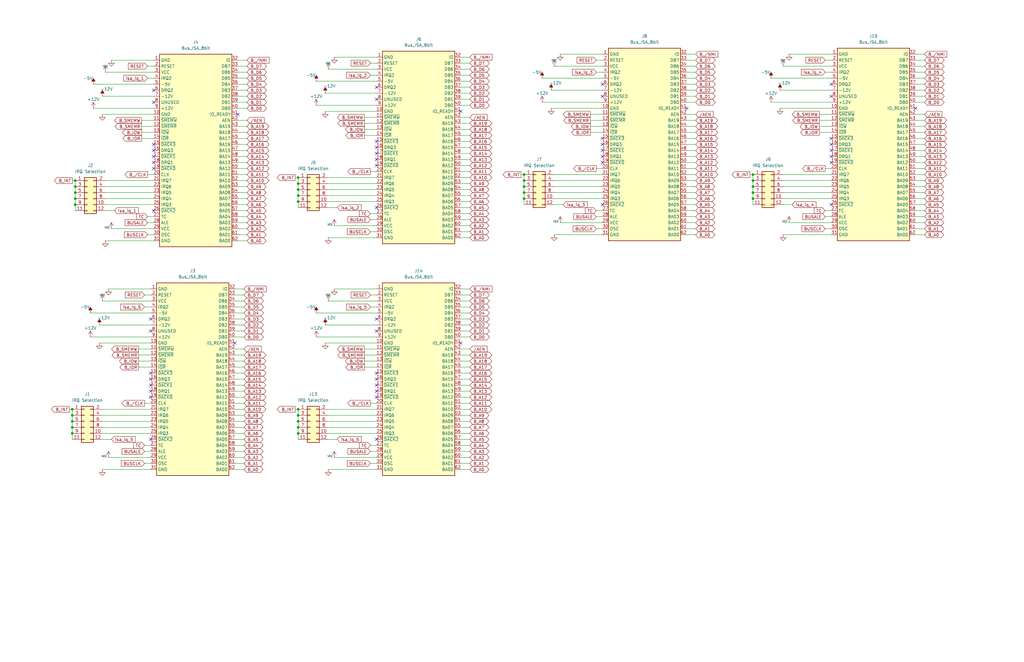
<source format=kicad_sch>
(kicad_sch (version 20250114) (generator "eeschema") (generator_version "9.0")
  (paper "USLedger")
  (title_block (title "N8PC") (date "2025-11-02") (rev "000.8") (comment 1 "https://github.com/danwerner21/N8PC") (comment 2 "Based on work by Andrew Lynch and John Coffman"))
  (lib_symbols
    (symbol "Connector_Generic:Conn_02x06_Odd_Even" (pin_names (offset 1.016) (hide yes))
      (property "Reference" "J" (at 1.27 7.62 0))
      (property "Value" "Conn_02x06_Odd_Even" (at 1.27 -10.16 0))
      (symbol "Conn_02x06_Odd_Even_1_1"
        (pin passive line (at -5.08 5.08 0) (length 3.81) (name "Pin_1") (number "1"))
        (pin passive line (at -5.08 2.54 0) (length 3.81) (name "Pin_3") (number "3"))
        (pin passive line (at -5.08 0 0) (length 3.81) (name "Pin_5") (number "5"))
        (pin passive line (at -5.08 -2.54 0) (length 3.81) (name "Pin_7") (number "7"))
        (pin passive line (at -5.08 -5.08 0) (length 3.81) (name "Pin_9") (number "9"))
        (pin passive line (at -5.08 -7.62 0) (length 3.81) (name "Pin_11") (number "11"))
        (pin passive line (at 7.62 5.08 180) (length 3.81) (name "Pin_2") (number "2"))
        (pin passive line (at 7.62 2.54 180) (length 3.81) (name "Pin_4") (number "4"))
        (pin passive line (at 7.62 0 180) (length 3.81) (name "Pin_6") (number "6"))
        (pin passive line (at 7.62 -2.54 180) (length 3.81) (name "Pin_8") (number "8"))
        (pin passive line (at 7.62 -5.08 180) (length 3.81) (name "Pin_10") (number "10"))
        (pin passive line (at 7.62 -7.62 180) (length 3.81) (name "Pin_12") (number "12"))
      )
    )
    (symbol "Custom:Bus_ISA_8bit_CUSTOM"
      (property "Reference" "J" (at 0 42.545 0))
      (property "Value" "Bus_ISA_8bit_CUSTOM" (at 0 -42.545 0))
      (symbol "Bus_ISA_8bit_CUSTOM_1_1"
        (pin power_in line (at -17.78 38.1 0) (length 2.54) (name "GND") (number "1"))
        (pin passive line (at -17.78 35.56 0) (length 2.54) (name "RESET") (number "2"))
        (pin power_in line (at -17.78 33.02 0) (length 2.54) (name "VCC") (number "3"))
        (pin passive line (at -17.78 30.48 0) (length 2.54) (name "IRQ2") (number "4"))
        (pin power_in line (at -17.78 27.94 0) (length 2.54) (name "-5V") (number "5"))
        (pin passive line (at -17.78 25.4 0) (length 2.54) (name "DRQ2") (number "6"))
        (pin power_in line (at -17.78 22.86 0) (length 2.54) (name "-12V") (number "7"))
        (pin passive line (at -17.78 20.32 0) (length 2.54) (name "UNUSED") (number "8"))
        (pin power_in line (at -17.78 17.78 0) (length 2.54) (name "+12V") (number "9"))
        (pin power_in line (at -17.78 15.24 0) (length 2.54) (name "GND") (number "10"))
        (pin bidirectional line (at -17.78 12.7 0) (length 2.54) (name "~{SMEMW}") (number "11"))
        (pin bidirectional line (at -17.78 10.16 0) (length 2.54) (name "~{SMEMR}") (number "12"))
        (pin bidirectional line (at -17.78 7.62 0) (length 2.54) (name "~{IOW}") (number "13"))
        (pin bidirectional line (at -17.78 5.08 0) (length 2.54) (name "~{IOR}") (number "14"))
        (pin passive line (at -17.78 2.54 0) (length 2.54) (name "~{DACK3}") (number "15"))
        (pin passive line (at -17.78 0 0) (length 2.54) (name "DRQ3") (number "16"))
        (pin passive line (at -17.78 -2.54 0) (length 2.54) (name "~{DACK1}") (number "17"))
        (pin passive line (at -17.78 -5.08 0) (length 2.54) (name "DRQ1") (number "18"))
        (pin passive line (at -17.78 -7.62 0) (length 2.54) (name "~{DACK0}") (number "19"))
        (pin bidirectional line (at -17.78 -10.16 0) (length 2.54) (name "CLK") (number "20"))
        (pin passive line (at -17.78 -12.7 0) (length 2.54) (name "IRQ7") (number "21"))
        (pin passive line (at -17.78 -15.24 0) (length 2.54) (name "IRQ6") (number "22"))
        (pin passive line (at -17.78 -17.78 0) (length 2.54) (name "IRQ5") (number "23"))
        (pin passive line (at -17.78 -20.32 0) (length 2.54) (name "IRQ4") (number "24"))
        (pin passive line (at -17.78 -22.86 0) (length 2.54) (name "IRQ3") (number "25"))
        (pin passive line (at -17.78 -25.4 0) (length 2.54) (name "~{DACK2}") (number "26"))
        (pin passive line (at -17.78 -27.94 0) (length 2.54) (name "TC") (number "27"))
        (pin bidirectional line (at -17.78 -30.48 0) (length 2.54) (name "ALE") (number "28"))
        (pin power_in line (at -17.78 -33.02 0) (length 2.54) (name "VCC") (number "29"))
        (pin passive line (at -17.78 -35.56 0) (length 2.54) (name "OSC") (number "30"))
        (pin power_in line (at -17.78 -38.1 0) (length 2.54) (name "GND") (number "31"))
        (pin passive line (at 17.78 38.1 180) (length 2.54) (name "IO") (number "32"))
        (pin tri_state line (at 17.78 35.56 180) (length 2.54) (name "DB7") (number "33"))
        (pin tri_state line (at 17.78 33.02 180) (length 2.54) (name "DB6") (number "34"))
        (pin tri_state line (at 17.78 30.48 180) (length 2.54) (name "DB5") (number "35"))
        (pin tri_state line (at 17.78 27.94 180) (length 2.54) (name "DB4") (number "36"))
        (pin tri_state line (at 17.78 25.4 180) (length 2.54) (name "DB3") (number "37"))
        (pin tri_state line (at 17.78 22.86 180) (length 2.54) (name "DB2") (number "38"))
        (pin tri_state line (at 17.78 20.32 180) (length 2.54) (name "DB1") (number "39"))
        (pin tri_state line (at 17.78 17.78 180) (length 2.54) (name "DB0") (number "40"))
        (pin passive line (at 17.78 15.24 180) (length 2.54) (name "IO_READY") (number "41"))
        (pin output line (at 17.78 12.7 180) (length 2.54) (name "AEN") (number "42"))
        (pin tri_state line (at 17.78 10.16 180) (length 2.54) (name "BA19") (number "43"))
        (pin tri_state line (at 17.78 7.62 180) (length 2.54) (name "BA18") (number "44"))
        (pin tri_state line (at 17.78 5.08 180) (length 2.54) (name "BA17") (number "45"))
        (pin tri_state line (at 17.78 2.54 180) (length 2.54) (name "BA16") (number "46"))
        (pin tri_state line (at 17.78 0 180) (length 2.54) (name "BA15") (number "47"))
        (pin tri_state line (at 17.78 -2.54 180) (length 2.54) (name "BA14") (number "48"))
        (pin tri_state line (at 17.78 -5.08 180) (length 2.54) (name "BA13") (number "49"))
        (pin tri_state line (at 17.78 -7.62 180) (length 2.54) (name "BA12") (number "50"))
        (pin tri_state line (at 17.78 -10.16 180) (length 2.54) (name "BA11") (number "51"))
        (pin tri_state line (at 17.78 -12.7 180) (length 2.54) (name "BA10") (number "52"))
        (pin tri_state line (at 17.78 -15.24 180) (length 2.54) (name "BA09") (number "53"))
        (pin tri_state line (at 17.78 -17.78 180) (length 2.54) (name "BA08") (number "54"))
        (pin tri_state line (at 17.78 -20.32 180) (length 2.54) (name "BA07") (number "55"))
        (pin tri_state line (at 17.78 -22.86 180) (length 2.54) (name "BA06") (number "56"))
        (pin tri_state line (at 17.78 -25.4 180) (length 2.54) (name "BA05") (number "57"))
        (pin tri_state line (at 17.78 -27.94 180) (length 2.54) (name "BA04") (number "58"))
        (pin tri_state line (at 17.78 -30.48 180) (length 2.54) (name "BA03") (number "59"))
        (pin tri_state line (at 17.78 -33.02 180) (length 2.54) (name "BA02") (number "60"))
        (pin tri_state line (at 17.78 -35.56 180) (length 2.54) (name "BA01") (number "61"))
        (pin tri_state line (at 17.78 -38.1 180) (length 2.54) (name "BA00") (number "62"))
      )
    )
    (symbol "power:+12V" (power) (pin_numbers (hide yes)) (pin_names (offset 0) (hide yes))
      (property "Value" "+12V" (at 0 3.556 0))
      (symbol "+12V_1_1"
        (pin power_in line (at 0 0 90) (length 0) (name "~") (number "1"))
      )
    )
    (symbol "power:-12V" (power) (pin_numbers (hide yes)) (pin_names (offset 0) (hide yes))
      (property "Value" "-12V" (at 0 3.556 0))
      (symbol "-12V_0_0"
        (pin power_in line (at 0 0 90) (length 0) (name "~") (number "1"))
      )
    )
    (symbol "power:-5V" (power) (pin_numbers (hide yes)) (pin_names (offset 0) (hide yes))
      (property "Value" "-5V" (at 0 3.556 0))
      (symbol "-5V_0_0"
        (pin power_in line (at 0 0 90) (length 0) (name "~") (number "1"))
      )
    )
    (symbol "power:GND" (power) (pin_numbers (hide yes)) (pin_names (offset 0) (hide yes))
      (property "Value" "GND" (at 0 -3.81 0))
      (symbol "GND_1_1"
        (pin power_in line (at 0 0 270) (length 0) (name "~") (number "1"))
      )
    )
    (symbol "power:VCC" (power) (pin_numbers (hide yes)) (pin_names (offset 0) (hide yes))
      (property "Value" "VCC" (at 0 3.556 0))
      (symbol "VCC_1_1"
        (pin power_in line (at 0 0 90) (length 0) (name "~") (number "1"))
      )
    )
  )
  (junction (at 220.98 76.2))
  (junction (at 30.48 180.34))
  (junction (at 30.48 177.8))
  (junction (at 317.5 76.2))
  (junction (at 125.73 180.34))
  (junction (at 220.98 81.28))
  (junction (at 317.5 83.82))
  (junction (at 125.73 77.47))
  (junction (at 30.48 172.72))
  (junction (at 125.73 74.93))
  (junction (at 125.73 175.26))
  (junction (at 30.48 182.88))
  (junction (at 220.98 73.66))
  (junction (at 317.5 81.28))
  (junction (at 125.73 80.01))
  (junction (at 220.98 83.82))
  (junction (at 317.5 78.74))
  (junction (at 125.73 82.55))
  (junction (at 125.73 85.09))
  (junction (at 31.75 83.82))
  (junction (at 125.73 177.8))
  (junction (at 317.5 73.66))
  (junction (at 31.75 81.28))
  (junction (at 31.75 78.74))
  (junction (at 31.75 76.2))
  (junction (at 30.48 175.26))
  (junction (at 220.98 78.74))
  (junction (at 125.73 182.88))
  (junction (at 125.73 172.72))
  (junction (at 31.75 86.36))
  (no_connect (at 350.52 40.64))
  (no_connect (at 350.52 68.58))
  (no_connect (at 158.75 185.42))
  (no_connect (at 63.5 165.1))
  (no_connect (at 158.75 139.7))
  (no_connect (at 158.75 134.62))
  (no_connect (at 350.52 60.96))
  (no_connect (at 254 63.5))
  (no_connect (at 350.52 63.5))
  (no_connect (at 64.77 71.12))
  (no_connect (at 63.5 134.62))
  (no_connect (at 254 35.56))
  (no_connect (at 64.77 60.96))
  (no_connect (at 254 68.58))
  (no_connect (at 350.52 66.04))
  (no_connect (at 158.75 165.1))
  (no_connect (at 158.75 67.31))
  (no_connect (at 350.52 35.56))
  (no_connect (at 254 66.04))
  (no_connect (at 63.5 162.56))
  (no_connect (at 99.06 144.78))
  (no_connect (at 158.75 69.85))
  (no_connect (at 158.75 157.48))
  (no_connect (at 254 58.42))
  (no_connect (at 158.75 87.63))
  (no_connect (at 64.77 43.18))
  (no_connect (at 158.75 62.23))
  (no_connect (at 158.75 160.02))
  (no_connect (at 386.08 45.72))
  (no_connect (at 158.75 41.91))
  (no_connect (at 194.31 46.99))
  (no_connect (at 64.77 88.9))
  (no_connect (at 350.52 86.36))
  (no_connect (at 158.75 64.77))
  (no_connect (at 158.75 59.69))
  (no_connect (at 158.75 162.56))
  (no_connect (at 63.5 157.48))
  (no_connect (at 158.75 167.64))
  (no_connect (at 63.5 185.42))
  (no_connect (at 194.31 144.78))
  (no_connect (at 64.77 38.1))
  (no_connect (at 350.52 58.42))
  (no_connect (at 289.56 45.72))
  (no_connect (at 254 60.96))
  (no_connect (at 158.75 36.83))
  (no_connect (at 254 40.64))
  (no_connect (at 63.5 167.64))
  (no_connect (at 63.5 160.02))
  (no_connect (at 64.77 68.58))
  (no_connect (at 63.5 139.7))
  (no_connect (at 254 86.36))
  (no_connect (at 64.77 66.04))
  (no_connect (at 100.33 48.26))
  (no_connect (at 64.77 63.5))
  (wire (pts (xy 220.98 76.2) (xy 220.98 78.74)))
  (wire (pts (xy 232.41 38.1) (xy 254 38.1)))
  (wire (pts (xy 138.43 87.63) (xy 142.24 87.63)))
  (wire (pts (xy 58.42 149.86) (xy 63.5 149.86)))
  (wire (pts (xy 156.21 72.39) (xy 158.75 72.39)))
  (wire (pts (xy 194.31 185.42) (xy 198.12 185.42)))
  (wire (pts (xy 289.56 81.28) (xy 293.37 81.28)))
  (wire (pts (xy 220.98 78.74) (xy 220.98 81.28)))
  (wire (pts (xy 99.06 193.04) (xy 102.87 193.04)))
  (wire (pts (xy 100.33 99.06) (xy 104.14 99.06)))
  (wire (pts (xy 194.31 49.53) (xy 198.12 49.53)))
  (wire (pts (xy 289.56 78.74) (xy 293.37 78.74)))
  (wire (pts (xy 194.31 44.45) (xy 198.12 44.45)))
  (wire (pts (xy 31.75 83.82) (xy 31.75 86.36)))
  (wire (pts (xy 236.22 22.86) (xy 254 22.86)))
  (wire (pts (xy 62.23 91.44) (xy 64.77 91.44)))
  (wire (pts (xy 99.06 167.64) (xy 102.87 167.64)))
  (wire (pts (xy 31.75 76.2) (xy 31.75 78.74)))
  (wire (pts (xy 228.6 33.02) (xy 254 33.02)))
  (wire (pts (xy 100.33 93.98) (xy 104.14 93.98)))
  (wire (pts (xy 194.31 142.24) (xy 198.12 142.24)))
  (wire (pts (xy 43.18 48.26) (xy 64.77 48.26)))
  (wire (pts (xy 194.31 69.85) (xy 198.12 69.85)))
  (wire (pts (xy 289.56 71.12) (xy 293.37 71.12)))
  (wire (pts (xy 138.43 74.93) (xy 158.75 74.93)))
  (wire (pts (xy 100.33 30.48) (xy 104.14 30.48)))
  (wire (pts (xy 58.42 154.94) (xy 63.5 154.94)))
  (wire (pts (xy 58.42 147.32) (xy 63.5 147.32)))
  (wire (pts (xy 233.68 27.94) (xy 254 27.94)))
  (wire (pts (xy 100.33 71.12) (xy 104.14 71.12)))
  (wire (pts (xy 386.08 60.96) (xy 389.89 60.96)))
  (wire (pts (xy 328.93 38.1) (xy 350.52 38.1)))
  (wire (pts (xy 194.31 92.71) (xy 198.12 92.71)))
  (wire (pts (xy 386.08 63.5) (xy 389.89 63.5)))
  (wire (pts (xy 194.31 152.4) (xy 198.12 152.4)))
  (wire (pts (xy 251.46 71.12) (xy 254 71.12)))
  (wire (pts (xy 194.31 195.58) (xy 198.12 195.58)))
  (wire (pts (xy 194.31 34.29) (xy 198.12 34.29)))
  (wire (pts (xy 194.31 31.75) (xy 198.12 31.75)))
  (wire (pts (xy 59.69 50.8) (xy 64.77 50.8)))
  (wire (pts (xy 100.33 76.2) (xy 104.14 76.2)))
  (wire (pts (xy 289.56 86.36) (xy 293.37 86.36)))
  (wire (pts (xy 194.31 26.67) (xy 198.12 26.67)))
  (wire (pts (xy 41.91 144.78) (xy 63.5 144.78)))
  (wire (pts (xy 194.31 82.55) (xy 198.12 82.55)))
  (wire (pts (xy 43.18 198.12) (xy 63.5 198.12)))
  (wire (pts (xy 138.43 77.47) (xy 158.75 77.47)))
  (wire (pts (xy 386.08 40.64) (xy 389.89 40.64)))
  (wire (pts (xy 99.06 182.88) (xy 102.87 182.88)))
  (wire (pts (xy 100.33 83.82) (xy 104.14 83.82)))
  (wire (pts (xy 30.48 76.2) (xy 31.75 76.2)))
  (wire (pts (xy 386.08 22.86) (xy 389.89 22.86)))
  (wire (pts (xy 345.44 50.8) (xy 350.52 50.8)))
  (wire (pts (xy 140.97 121.92) (xy 158.75 121.92)))
  (wire (pts (xy 100.33 86.36) (xy 104.14 86.36)))
  (wire (pts (xy 44.45 81.28) (xy 64.77 81.28)))
  (wire (pts (xy 153.67 54.61) (xy 158.75 54.61)))
  (wire (pts (xy 156.21 26.67) (xy 158.75 26.67)))
  (wire (pts (xy 386.08 86.36) (xy 389.89 86.36)))
  (wire (pts (xy 124.46 74.93) (xy 125.73 74.93)))
  (wire (pts (xy 289.56 48.26) (xy 293.37 48.26)))
  (wire (pts (xy 100.33 101.6) (xy 104.14 101.6)))
  (wire (pts (xy 100.33 43.18) (xy 104.14 43.18)))
  (wire (pts (xy 347.98 91.44) (xy 350.52 91.44)))
  (wire (pts (xy 44.45 78.74) (xy 64.77 78.74)))
  (wire (pts (xy 194.31 87.63) (xy 198.12 87.63)))
  (wire (pts (xy 289.56 76.2) (xy 293.37 76.2)))
  (wire (pts (xy 194.31 167.64) (xy 198.12 167.64)))
  (wire (pts (xy 125.73 82.55) (xy 125.73 85.09)))
  (wire (pts (xy 99.06 152.4) (xy 102.87 152.4)))
  (wire (pts (xy 330.2 86.36) (xy 334.01 86.36)))
  (wire (pts (xy 194.31 134.62) (xy 198.12 134.62)))
  (wire (pts (xy 43.18 185.42) (xy 46.99 185.42)))
  (wire (pts (xy 194.31 85.09) (xy 198.12 85.09)))
  (wire (pts (xy 289.56 55.88) (xy 293.37 55.88)))
  (wire (pts (xy 194.31 72.39) (xy 198.12 72.39)))
  (wire (pts (xy 289.56 43.18) (xy 293.37 43.18)))
  (wire (pts (xy 100.33 91.44) (xy 104.14 91.44)))
  (wire (pts (xy 45.72 121.92) (xy 63.5 121.92)))
  (wire (pts (xy 138.43 82.55) (xy 158.75 82.55)))
  (wire (pts (xy 317.5 76.2) (xy 317.5 78.74)))
  (wire (pts (xy 156.21 195.58) (xy 158.75 195.58)))
  (wire (pts (xy 194.31 59.69) (xy 198.12 59.69)))
  (wire (pts (xy 251.46 88.9) (xy 254 88.9)))
  (wire (pts (xy 289.56 99.06) (xy 293.37 99.06)))
  (wire (pts (xy 30.48 177.8) (xy 30.48 180.34)))
  (wire (pts (xy 194.31 100.33) (xy 198.12 100.33)))
  (wire (pts (xy 386.08 25.4) (xy 389.89 25.4)))
  (wire (pts (xy 194.31 39.37) (xy 198.12 39.37)))
  (wire (pts (xy 386.08 66.04) (xy 389.89 66.04)))
  (wire (pts (xy 99.06 177.8) (xy 102.87 177.8)))
  (wire (pts (xy 44.45 76.2) (xy 64.77 76.2)))
  (wire (pts (xy 99.06 160.02) (xy 102.87 160.02)))
  (wire (pts (xy 194.31 41.91) (xy 198.12 41.91)))
  (wire (pts (xy 100.33 68.58) (xy 104.14 68.58)))
  (wire (pts (xy 386.08 76.2) (xy 389.89 76.2)))
  (wire (pts (xy 194.31 147.32) (xy 198.12 147.32)))
  (wire (pts (xy 31.75 86.36) (xy 31.75 88.9)))
  (wire (pts (xy 289.56 22.86) (xy 293.37 22.86)))
  (wire (pts (xy 99.06 185.42) (xy 102.87 185.42)))
  (wire (pts (xy 156.21 124.46) (xy 158.75 124.46)))
  (wire (pts (xy 138.43 175.26) (xy 158.75 175.26)))
  (wire (pts (xy 100.33 96.52) (xy 104.14 96.52)))
  (wire (pts (xy 248.92 48.26) (xy 254 48.26)))
  (wire (pts (xy 153.67 152.4) (xy 158.75 152.4)))
  (wire (pts (xy 99.06 162.56) (xy 102.87 162.56)))
  (wire (pts (xy 289.56 73.66) (xy 293.37 73.66)))
  (wire (pts (xy 100.33 50.8) (xy 104.14 50.8)))
  (wire (pts (xy 194.31 177.8) (xy 198.12 177.8)))
  (wire (pts (xy 316.23 73.66) (xy 317.5 73.66)))
  (wire (pts (xy 43.18 180.34) (xy 63.5 180.34)))
  (wire (pts (xy 386.08 99.06) (xy 389.89 99.06)))
  (wire (pts (xy 153.67 57.15) (xy 158.75 57.15)))
  (wire (pts (xy 156.21 90.17) (xy 158.75 90.17)))
  (wire (pts (xy 133.35 132.08) (xy 158.75 132.08)))
  (wire (pts (xy 43.18 182.88) (xy 63.5 182.88)))
  (wire (pts (xy 59.69 53.34) (xy 64.77 53.34)))
  (wire (pts (xy 330.2 78.74) (xy 350.52 78.74)))
  (wire (pts (xy 194.31 187.96) (xy 198.12 187.96)))
  (wire (pts (xy 194.31 175.26) (xy 198.12 175.26)))
  (wire (pts (xy 332.74 22.86) (xy 350.52 22.86)))
  (wire (pts (xy 59.69 58.42) (xy 64.77 58.42)))
  (wire (pts (xy 194.31 62.23) (xy 198.12 62.23)))
  (wire (pts (xy 289.56 58.42) (xy 293.37 58.42)))
  (wire (pts (xy 233.68 73.66) (xy 254 73.66)))
  (wire (pts (xy 289.56 60.96) (xy 293.37 60.96)))
  (wire (pts (xy 138.43 185.42) (xy 142.24 185.42)))
  (wire (pts (xy 133.35 44.45) (xy 158.75 44.45)))
  (wire (pts (xy 289.56 25.4) (xy 293.37 25.4)))
  (wire (pts (xy 43.18 127) (xy 63.5 127)))
  (wire (pts (xy 251.46 30.48) (xy 254 30.48)))
  (wire (pts (xy 386.08 38.1) (xy 389.89 38.1)))
  (wire (pts (xy 386.08 73.66) (xy 389.89 73.66)))
  (wire (pts (xy 289.56 38.1) (xy 293.37 38.1)))
  (wire (pts (xy 62.23 73.66) (xy 64.77 73.66)))
  (wire (pts (xy 31.75 81.28) (xy 31.75 83.82)))
  (wire (pts (xy 99.06 187.96) (xy 102.87 187.96)))
  (wire (pts (xy 138.43 100.33) (xy 158.75 100.33)))
  (wire (pts (xy 289.56 63.5) (xy 293.37 63.5)))
  (wire (pts (xy 386.08 33.02) (xy 389.89 33.02)))
  (wire (pts (xy 194.31 172.72) (xy 198.12 172.72)))
  (wire (pts (xy 345.44 53.34) (xy 350.52 53.34)))
  (wire (pts (xy 140.97 193.04) (xy 158.75 193.04)))
  (wire (pts (xy 248.92 55.88) (xy 254 55.88)))
  (wire (pts (xy 60.96 129.54) (xy 63.5 129.54)))
  (wire (pts (xy 194.31 121.92) (xy 198.12 121.92)))
  (wire (pts (xy 99.06 180.34) (xy 102.87 180.34)))
  (wire (pts (xy 138.43 172.72) (xy 158.75 172.72)))
  (wire (pts (xy 330.2 76.2) (xy 350.52 76.2)))
  (wire (pts (xy 100.33 88.9) (xy 104.14 88.9)))
  (wire (pts (xy 99.06 157.48) (xy 102.87 157.48)))
  (wire (pts (xy 45.72 193.04) (xy 63.5 193.04)))
  (wire (pts (xy 289.56 68.58) (xy 293.37 68.58)))
  (wire (pts (xy 236.22 93.98) (xy 254 93.98)))
  (wire (pts (xy 156.21 92.71) (xy 158.75 92.71)))
  (wire (pts (xy 386.08 83.82) (xy 389.89 83.82)))
  (wire (pts (xy 100.33 53.34) (xy 104.14 53.34)))
  (wire (pts (xy 138.43 177.8) (xy 158.75 177.8)))
  (wire (pts (xy 100.33 33.02) (xy 104.14 33.02)))
  (wire (pts (xy 345.44 48.26) (xy 350.52 48.26)))
  (wire (pts (xy 100.33 60.96) (xy 104.14 60.96)))
  (wire (pts (xy 289.56 93.98) (xy 293.37 93.98)))
  (wire (pts (xy 99.06 124.46) (xy 102.87 124.46)))
  (wire (pts (xy 194.31 149.86) (xy 198.12 149.86)))
  (wire (pts (xy 194.31 90.17) (xy 198.12 90.17)))
  (wire (pts (xy 194.31 182.88) (xy 198.12 182.88)))
  (wire (pts (xy 99.06 198.12) (xy 102.87 198.12)))
  (wire (pts (xy 194.31 198.12) (xy 198.12 198.12)))
  (wire (pts (xy 43.18 172.72) (xy 63.5 172.72)))
  (wire (pts (xy 317.5 73.66) (xy 317.5 76.2)))
  (wire (pts (xy 30.48 172.72) (xy 30.48 175.26)))
  (wire (pts (xy 60.96 190.5) (xy 63.5 190.5)))
  (wire (pts (xy 194.31 129.54) (xy 198.12 129.54)))
  (wire (pts (xy 99.06 129.54) (xy 102.87 129.54)))
  (wire (pts (xy 44.45 101.6) (xy 64.77 101.6)))
  (wire (pts (xy 194.31 36.83) (xy 198.12 36.83)))
  (wire (pts (xy 100.33 35.56) (xy 104.14 35.56)))
  (wire (pts (xy 194.31 190.5) (xy 198.12 190.5)))
  (wire (pts (xy 289.56 40.64) (xy 293.37 40.64)))
  (wire (pts (xy 125.73 177.8) (xy 125.73 180.34)))
  (wire (pts (xy 138.43 29.21) (xy 158.75 29.21)))
  (wire (pts (xy 194.31 157.48) (xy 198.12 157.48)))
  (wire (pts (xy 194.31 165.1) (xy 198.12 165.1)))
  (wire (pts (xy 46.99 96.52) (xy 64.77 96.52)))
  (wire (pts (xy 60.96 187.96) (xy 63.5 187.96)))
  (wire (pts (xy 156.21 190.5) (xy 158.75 190.5)))
  (wire (pts (xy 330.2 99.06) (xy 350.52 99.06)))
  (wire (pts (xy 39.37 45.72) (xy 64.77 45.72)))
  (wire (pts (xy 386.08 48.26) (xy 389.89 48.26)))
  (wire (pts (xy 100.33 66.04) (xy 104.14 66.04)))
  (wire (pts (xy 194.31 137.16) (xy 198.12 137.16)))
  (wire (pts (xy 289.56 91.44) (xy 293.37 91.44)))
  (wire (pts (xy 99.06 149.86) (xy 102.87 149.86)))
  (wire (pts (xy 125.73 85.09) (xy 125.73 87.63)))
  (wire (pts (xy 99.06 154.94) (xy 102.87 154.94)))
  (wire (pts (xy 248.92 53.34) (xy 254 53.34)))
  (wire (pts (xy 125.73 77.47) (xy 125.73 80.01)))
  (wire (pts (xy 140.97 95.25) (xy 158.75 95.25)))
  (wire (pts (xy 194.31 154.94) (xy 198.12 154.94)))
  (wire (pts (xy 100.33 58.42) (xy 104.14 58.42)))
  (wire (pts (xy 194.31 64.77) (xy 198.12 64.77)))
  (wire (pts (xy 289.56 53.34) (xy 293.37 53.34)))
  (wire (pts (xy 194.31 67.31) (xy 198.12 67.31)))
  (wire (pts (xy 38.1 132.08) (xy 63.5 132.08)))
  (wire (pts (xy 99.06 195.58) (xy 102.87 195.58)))
  (wire (pts (xy 99.06 127) (xy 102.87 127)))
  (wire (pts (xy 330.2 73.66) (xy 350.52 73.66)))
  (wire (pts (xy 138.43 182.88) (xy 158.75 182.88)))
  (wire (pts (xy 328.93 45.72) (xy 350.52 45.72)))
  (wire (pts (xy 100.33 27.94) (xy 104.14 27.94)))
  (wire (pts (xy 58.42 152.4) (xy 63.5 152.4)))
  (wire (pts (xy 219.71 73.66) (xy 220.98 73.66)))
  (wire (pts (xy 194.31 29.21) (xy 198.12 29.21)))
  (wire (pts (xy 137.16 46.99) (xy 158.75 46.99)))
  (wire (pts (xy 38.1 142.24) (xy 63.5 142.24)))
  (wire (pts (xy 100.33 40.64) (xy 104.14 40.64)))
  (wire (pts (xy 100.33 25.4) (xy 104.14 25.4)))
  (wire (pts (xy 194.31 160.02) (xy 198.12 160.02)))
  (wire (pts (xy 153.67 149.86) (xy 158.75 149.86)))
  (wire (pts (xy 194.31 139.7) (xy 198.12 139.7)))
  (wire (pts (xy 99.06 190.5) (xy 102.87 190.5)))
  (wire (pts (xy 99.06 137.16) (xy 102.87 137.16)))
  (wire (pts (xy 289.56 50.8) (xy 293.37 50.8)))
  (wire (pts (xy 44.45 30.48) (xy 64.77 30.48)))
  (wire (pts (xy 100.33 73.66) (xy 104.14 73.66)))
  (wire (pts (xy 62.23 27.94) (xy 64.77 27.94)))
  (wire (pts (xy 137.16 144.78) (xy 158.75 144.78)))
  (wire (pts (xy 100.33 63.5) (xy 104.14 63.5)))
  (wire (pts (xy 251.46 96.52) (xy 254 96.52)))
  (wire (pts (xy 99.06 139.7) (xy 102.87 139.7)))
  (wire (pts (xy 194.31 95.25) (xy 198.12 95.25)))
  (wire (pts (xy 125.73 172.72) (xy 125.73 175.26)))
  (wire (pts (xy 220.98 83.82) (xy 220.98 86.36)))
  (wire (pts (xy 232.41 45.72) (xy 254 45.72)))
  (wire (pts (xy 100.33 45.72) (xy 104.14 45.72)))
  (wire (pts (xy 30.48 180.34) (xy 30.48 182.88)))
  (wire (pts (xy 44.45 88.9) (xy 48.26 88.9)))
  (wire (pts (xy 153.67 49.53) (xy 158.75 49.53)))
  (wire (pts (xy 125.73 182.88) (xy 125.73 185.42)))
  (wire (pts (xy 44.45 83.82) (xy 64.77 83.82)))
  (wire (pts (xy 153.67 154.94) (xy 158.75 154.94)))
  (wire (pts (xy 194.31 77.47) (xy 198.12 77.47)))
  (wire (pts (xy 386.08 88.9) (xy 389.89 88.9)))
  (wire (pts (xy 289.56 66.04) (xy 293.37 66.04)))
  (wire (pts (xy 386.08 81.28) (xy 389.89 81.28)))
  (wire (pts (xy 347.98 71.12) (xy 350.52 71.12)))
  (wire (pts (xy 233.68 78.74) (xy 254 78.74)))
  (wire (pts (xy 386.08 27.94) (xy 389.89 27.94)))
  (wire (pts (xy 60.96 195.58) (xy 63.5 195.58)))
  (wire (pts (xy 125.73 175.26) (xy 125.73 177.8)))
  (wire (pts (xy 153.67 147.32) (xy 158.75 147.32)))
  (wire (pts (xy 386.08 91.44) (xy 389.89 91.44)))
  (wire (pts (xy 347.98 25.4) (xy 350.52 25.4)))
  (wire (pts (xy 289.56 88.9) (xy 293.37 88.9)))
  (wire (pts (xy 194.31 162.56) (xy 198.12 162.56)))
  (wire (pts (xy 100.33 78.74) (xy 104.14 78.74)))
  (wire (pts (xy 233.68 99.06) (xy 254 99.06)))
  (wire (pts (xy 289.56 33.02) (xy 293.37 33.02)))
  (wire (pts (xy 386.08 71.12) (xy 389.89 71.12)))
  (wire (pts (xy 289.56 96.52) (xy 293.37 96.52)))
  (wire (pts (xy 228.6 43.18) (xy 254 43.18)))
  (wire (pts (xy 386.08 53.34) (xy 389.89 53.34)))
  (wire (pts (xy 156.21 97.79) (xy 158.75 97.79)))
  (wire (pts (xy 100.33 55.88) (xy 104.14 55.88)))
  (wire (pts (xy 194.31 52.07) (xy 198.12 52.07)))
  (wire (pts (xy 137.16 39.37) (xy 158.75 39.37)))
  (wire (pts (xy 31.75 78.74) (xy 31.75 81.28)))
  (wire (pts (xy 386.08 78.74) (xy 389.89 78.74)))
  (wire (pts (xy 99.06 172.72) (xy 102.87 172.72)))
  (wire (pts (xy 386.08 93.98) (xy 389.89 93.98)))
  (wire (pts (xy 99.06 165.1) (xy 102.87 165.1)))
  (wire (pts (xy 220.98 73.66) (xy 220.98 76.2)))
  (wire (pts (xy 317.5 78.74) (xy 317.5 81.28)))
  (wire (pts (xy 345.44 55.88) (xy 350.52 55.88)))
  (wire (pts (xy 194.31 180.34) (xy 198.12 180.34)))
  (wire (pts (xy 194.31 57.15) (xy 198.12 57.15)))
  (wire (pts (xy 317.5 81.28) (xy 317.5 83.82)))
  (wire (pts (xy 99.06 170.18) (xy 102.87 170.18)))
  (wire (pts (xy 347.98 30.48) (xy 350.52 30.48)))
  (wire (pts (xy 386.08 68.58) (xy 389.89 68.58)))
  (wire (pts (xy 233.68 81.28) (xy 254 81.28)))
  (wire (pts (xy 99.06 121.92) (xy 102.87 121.92)))
  (wire (pts (xy 44.45 86.36) (xy 64.77 86.36)))
  (wire (pts (xy 289.56 30.48) (xy 293.37 30.48)))
  (wire (pts (xy 43.18 175.26) (xy 63.5 175.26)))
  (wire (pts (xy 138.43 80.01) (xy 158.75 80.01)))
  (wire (pts (xy 248.92 50.8) (xy 254 50.8)))
  (wire (pts (xy 194.31 54.61) (xy 198.12 54.61)))
  (wire (pts (xy 138.43 127) (xy 158.75 127)))
  (wire (pts (xy 386.08 43.18) (xy 389.89 43.18)))
  (wire (pts (xy 325.12 43.18) (xy 350.52 43.18)))
  (wire (pts (xy 194.31 97.79) (xy 198.12 97.79)))
  (wire (pts (xy 386.08 30.48) (xy 389.89 30.48)))
  (wire (pts (xy 43.18 177.8) (xy 63.5 177.8)))
  (wire (pts (xy 124.46 172.72) (xy 125.73 172.72)))
  (wire (pts (xy 289.56 35.56) (xy 293.37 35.56)))
  (wire (pts (xy 62.23 99.06) (xy 64.77 99.06)))
  (wire (pts (xy 138.43 180.34) (xy 158.75 180.34)))
  (wire (pts (xy 233.68 76.2) (xy 254 76.2)))
  (wire (pts (xy 140.97 24.13) (xy 158.75 24.13)))
  (wire (pts (xy 29.21 172.72) (xy 30.48 172.72)))
  (wire (pts (xy 386.08 35.56) (xy 389.89 35.56)))
  (wire (pts (xy 332.74 93.98) (xy 350.52 93.98)))
  (wire (pts (xy 233.68 83.82) (xy 254 83.82)))
  (wire (pts (xy 99.06 134.62) (xy 102.87 134.62)))
  (wire (pts (xy 156.21 187.96) (xy 158.75 187.96)))
  (wire (pts (xy 194.31 193.04) (xy 198.12 193.04)))
  (wire (pts (xy 220.98 81.28) (xy 220.98 83.82)))
  (wire (pts (xy 125.73 180.34) (xy 125.73 182.88)))
  (wire (pts (xy 251.46 91.44) (xy 254 91.44)))
  (wire (pts (xy 386.08 50.8) (xy 389.89 50.8)))
  (wire (pts (xy 330.2 27.94) (xy 350.52 27.94)))
  (wire (pts (xy 125.73 74.93) (xy 125.73 77.47)))
  (wire (pts (xy 330.2 81.28) (xy 350.52 81.28)))
  (wire (pts (xy 62.23 33.02) (xy 64.77 33.02)))
  (wire (pts (xy 194.31 124.46) (xy 198.12 124.46)))
  (wire (pts (xy 153.67 52.07) (xy 158.75 52.07)))
  (wire (pts (xy 137.16 137.16) (xy 158.75 137.16)))
  (wire (pts (xy 43.18 40.64) (xy 64.77 40.64)))
  (wire (pts (xy 194.31 127) (xy 198.12 127)))
  (wire (pts (xy 39.37 35.56) (xy 64.77 35.56)))
  (wire (pts (xy 386.08 58.42) (xy 389.89 58.42)))
  (wire (pts (xy 100.33 38.1) (xy 104.14 38.1)))
  (wire (pts (xy 30.48 175.26) (xy 30.48 177.8)))
  (wire (pts (xy 317.5 83.82) (xy 317.5 86.36)))
  (wire (pts (xy 99.06 147.32) (xy 102.87 147.32)))
  (wire (pts (xy 99.06 132.08) (xy 102.87 132.08)))
  (wire (pts (xy 251.46 25.4) (xy 254 25.4)))
  (wire (pts (xy 60.96 124.46) (xy 63.5 124.46)))
  (wire (pts (xy 59.69 55.88) (xy 64.77 55.88)))
  (wire (pts (xy 386.08 55.88) (xy 389.89 55.88)))
  (wire (pts (xy 156.21 31.75) (xy 158.75 31.75)))
  (wire (pts (xy 100.33 81.28) (xy 104.14 81.28)))
  (wire (pts (xy 194.31 170.18) (xy 198.12 170.18)))
  (wire (pts (xy 289.56 83.82) (xy 293.37 83.82)))
  (wire (pts (xy 194.31 74.93) (xy 198.12 74.93)))
  (wire (pts (xy 46.99 25.4) (xy 64.77 25.4)))
  (wire (pts (xy 138.43 85.09) (xy 158.75 85.09)))
  (wire (pts (xy 325.12 33.02) (xy 350.52 33.02)))
  (wire (pts (xy 156.21 129.54) (xy 158.75 129.54)))
  (wire (pts (xy 194.31 132.08) (xy 198.12 132.08)))
  (wire (pts (xy 347.98 88.9) (xy 350.52 88.9)))
  (wire (pts (xy 60.96 170.18) (xy 63.5 170.18)))
  (wire (pts (xy 330.2 83.82) (xy 350.52 83.82)))
  (wire (pts (xy 194.31 80.01) (xy 198.12 80.01)))
  (wire (pts (xy 386.08 96.52) (xy 389.89 96.52)))
  (wire (pts (xy 289.56 27.94) (xy 293.37 27.94)))
  (wire (pts (xy 62.23 93.98) (xy 64.77 93.98)))
  (wire (pts (xy 125.73 80.01) (xy 125.73 82.55)))
  (wire (pts (xy 156.21 170.18) (xy 158.75 170.18)))
  (wire (pts (xy 233.68 86.36) (xy 237.49 86.36)))
  (wire (pts (xy 347.98 96.52) (xy 350.52 96.52)))
  (wire (pts (xy 99.06 175.26) (xy 102.87 175.26)))
  (wire (pts (xy 133.35 142.24) (xy 158.75 142.24)))
  (wire (pts (xy 30.48 182.88) (xy 30.48 185.42)))
  (wire (pts (xy 99.06 142.24) (xy 102.87 142.24)))
  (wire (pts (xy 138.43 198.12) (xy 158.75 198.12)))
  (wire (pts (xy 194.31 24.13) (xy 198.12 24.13)))
  (wire (pts (xy 133.35 34.29) (xy 158.75 34.29)))
  (wire (pts (xy 41.91 137.16) (xy 63.5 137.16)))
  (global_label "B_/NMI" (shape input) (at 389.89 22.86 0) (property "Intersheetrefs" "${INTERSHEET_REFS}" (effects (hide yes))))
  (global_label "B_INT" (shape output) (at 124.46 74.93 180) (property "Intersheetrefs" "${INTERSHEET_REFS}" (effects (hide yes))))
  (global_label "B_SMEMR" (shape output) (at 153.67 52.07 180) (property "Intersheetrefs" "${INTERSHEET_REFS}" (effects (hide yes))))
  (global_label "TC" (shape input) (at 156.21 90.17 180) (property "Intersheetrefs" "${INTERSHEET_REFS}" (effects (hide yes))))
  (global_label "B_D3" (shape bidirectional) (at 389.89 35.56 0) (property "Intersheetrefs" "${INTERSHEET_REFS}" (effects (hide yes))))
  (global_label "B_A14" (shape tri_state) (at 198.12 64.77 0) (property "Intersheetrefs" "${INTERSHEET_REFS}" (effects (hide yes))))
  (global_label "B_D0" (shape bidirectional) (at 198.12 44.45 0) (property "Intersheetrefs" "${INTERSHEET_REFS}" (effects (hide yes))))
  (global_label "B_SMEMW" (shape output) (at 248.92 48.26 180) (property "Intersheetrefs" "${INTERSHEET_REFS}" (effects (hide yes))))
  (global_label "B_A5" (shape bidirectional) (at 389.89 86.36 0) (property "Intersheetrefs" "${INTERSHEET_REFS}" (effects (hide yes))))
  (global_label "B_A6" (shape bidirectional) (at 389.89 83.82 0) (property "Intersheetrefs" "${INTERSHEET_REFS}" (effects (hide yes))))
  (global_label "B_A3" (shape bidirectional) (at 198.12 92.71 0) (property "Intersheetrefs" "${INTERSHEET_REFS}" (effects (hide yes))))
  (global_label "B_A8" (shape bidirectional) (at 102.87 177.8 0) (property "Intersheetrefs" "${INTERSHEET_REFS}" (effects (hide yes))))
  (global_label "B_D4" (shape bidirectional) (at 198.12 132.08 0) (property "Intersheetrefs" "${INTERSHEET_REFS}" (effects (hide yes))))
  (global_label "B_A3" (shape bidirectional) (at 389.89 91.44 0) (property "Intersheetrefs" "${INTERSHEET_REFS}" (effects (hide yes))))
  (global_label "B_A18" (shape tri_state) (at 102.87 152.4 0) (property "Intersheetrefs" "${INTERSHEET_REFS}" (effects (hide yes))))
  (global_label "B_A8" (shape bidirectional) (at 104.14 81.28 0) (property "Intersheetrefs" "${INTERSHEET_REFS}" (effects (hide yes))))
  (global_label "B_INT" (shape output) (at 30.48 76.2 180) (property "Intersheetrefs" "${INTERSHEET_REFS}" (effects (hide yes))))
  (global_label "B_A11" (shape tri_state) (at 102.87 170.18 0) (property "Intersheetrefs" "${INTERSHEET_REFS}" (effects (hide yes))))
  (global_label "B_A17" (shape tri_state) (at 389.89 55.88 0) (property "Intersheetrefs" "${INTERSHEET_REFS}" (effects (hide yes))))
  (global_label "B_A17" (shape tri_state) (at 102.87 154.94 0) (property "Intersheetrefs" "${INTERSHEET_REFS}" (effects (hide yes))))
  (global_label "B_SMEMR" (shape output) (at 59.69 53.34 180) (property "Intersheetrefs" "${INTERSHEET_REFS}" (effects (hide yes))))
  (global_label "B_A7" (shape bidirectional) (at 102.87 180.34 0) (property "Intersheetrefs" "${INTERSHEET_REFS}" (effects (hide yes))))
  (global_label "B_IOW" (shape output) (at 248.92 53.34 180) (property "Intersheetrefs" "${INTERSHEET_REFS}" (effects (hide yes))))
  (global_label "B_A11" (shape tri_state) (at 198.12 170.18 0) (property "Intersheetrefs" "${INTERSHEET_REFS}" (effects (hide yes))))
  (global_label "B_D2" (shape bidirectional) (at 293.37 38.1 0) (property "Intersheetrefs" "${INTERSHEET_REFS}" (effects (hide yes))))
  (global_label "B_D1" (shape bidirectional) (at 102.87 139.7 0) (property "Intersheetrefs" "${INTERSHEET_REFS}" (effects (hide yes))))
  (global_label "isa_iq_2" (shape input) (at 142.24 87.63 0) (property "Intersheetrefs" "${INTERSHEET_REFS}" (effects (hide yes))))
  (global_label "B_D5" (shape bidirectional) (at 198.12 129.54 0) (property "Intersheetrefs" "${INTERSHEET_REFS}" (effects (hide yes))))
  (global_label "B_A2" (shape bidirectional) (at 104.14 96.52 0) (property "Intersheetrefs" "${INTERSHEET_REFS}" (effects (hide yes))))
  (global_label "B_D3" (shape bidirectional) (at 198.12 134.62 0) (property "Intersheetrefs" "${INTERSHEET_REFS}" (effects (hide yes))))
  (global_label "B_A10" (shape tri_state) (at 389.89 73.66 0) (property "Intersheetrefs" "${INTERSHEET_REFS}" (effects (hide yes))))
  (global_label "BUSCLK" (shape input) (at 62.23 99.06 180) (property "Intersheetrefs" "${INTERSHEET_REFS}" (effects (hide yes))))
  (global_label "B_A13" (shape tri_state) (at 389.89 66.04 0) (property "Intersheetrefs" "${INTERSHEET_REFS}" (effects (hide yes))))
  (global_label "B_D4" (shape bidirectional) (at 102.87 132.08 0) (property "Intersheetrefs" "${INTERSHEET_REFS}" (effects (hide yes))))
  (global_label "B_A0" (shape bidirectional) (at 104.14 101.6 0) (property "Intersheetrefs" "${INTERSHEET_REFS}" (effects (hide yes))))
  (global_label "B_A13" (shape tri_state) (at 198.12 165.1 0) (property "Intersheetrefs" "${INTERSHEET_REFS}" (effects (hide yes))))
  (global_label "B_A4" (shape bidirectional) (at 102.87 187.96 0) (property "Intersheetrefs" "${INTERSHEET_REFS}" (effects (hide yes))))
  (global_label "B_A17" (shape tri_state) (at 293.37 55.88 0) (property "Intersheetrefs" "${INTERSHEET_REFS}" (effects (hide yes))))
  (global_label "B_D5" (shape bidirectional) (at 293.37 30.48 0) (property "Intersheetrefs" "${INTERSHEET_REFS}" (effects (hide yes))))
  (global_label "B_D0" (shape bidirectional) (at 198.12 142.24 0) (property "Intersheetrefs" "${INTERSHEET_REFS}" (effects (hide yes))))
  (global_label "B_A15" (shape tri_state) (at 293.37 60.96 0) (property "Intersheetrefs" "${INTERSHEET_REFS}" (effects (hide yes))))
  (global_label "B_IOW" (shape output) (at 345.44 53.34 180) (property "Intersheetrefs" "${INTERSHEET_REFS}" (effects (hide yes))))
  (global_label "B_D6" (shape bidirectional) (at 389.89 27.94 0) (property "Intersheetrefs" "${INTERSHEET_REFS}" (effects (hide yes))))
  (global_label "B_A16" (shape bidirectional) (at 102.87 157.48 0) (property "Intersheetrefs" "${INTERSHEET_REFS}" (effects (hide yes))))
  (global_label "B_A12" (shape tri_state) (at 198.12 167.64 0) (property "Intersheetrefs" "${INTERSHEET_REFS}" (effects (hide yes))))
  (global_label "B_D2" (shape bidirectional) (at 102.87 137.16 0) (property "Intersheetrefs" "${INTERSHEET_REFS}" (effects (hide yes))))
  (global_label "isa_iq_3" (shape input) (at 237.49 86.36 0) (property "Intersheetrefs" "${INTERSHEET_REFS}" (effects (hide yes))))
  (global_label "B_A15" (shape tri_state) (at 102.87 160.02 0) (property "Intersheetrefs" "${INTERSHEET_REFS}" (effects (hide yes))))
  (global_label "B_A9" (shape tri_state) (at 198.12 175.26 0) (property "Intersheetrefs" "${INTERSHEET_REFS}" (effects (hide yes))))
  (global_label "isa_iq_4" (shape input) (at 347.98 30.48 180) (property "Intersheetrefs" "${INTERSHEET_REFS}" (effects (hide yes))))
  (global_label "B_A9" (shape tri_state) (at 389.89 76.2 0) (property "Intersheetrefs" "${INTERSHEET_REFS}" (effects (hide yes))))
  (global_label "B_A12" (shape tri_state) (at 389.89 68.58 0) (property "Intersheetrefs" "${INTERSHEET_REFS}" (effects (hide yes))))
  (global_label "B_A11" (shape tri_state) (at 389.89 71.12 0) (property "Intersheetrefs" "${INTERSHEET_REFS}" (effects (hide yes))))
  (global_label "B_D0" (shape bidirectional) (at 389.89 43.18 0) (property "Intersheetrefs" "${INTERSHEET_REFS}" (effects (hide yes))))
  (global_label "B_D2" (shape bidirectional) (at 198.12 39.37 0) (property "Intersheetrefs" "${INTERSHEET_REFS}" (effects (hide yes))))
  (global_label "B_A15" (shape tri_state) (at 389.89 60.96 0) (property "Intersheetrefs" "${INTERSHEET_REFS}" (effects (hide yes))))
  (global_label "B_A0" (shape bidirectional) (at 389.89 99.06 0) (property "Intersheetrefs" "${INTERSHEET_REFS}" (effects (hide yes))))
  (global_label "B_IOR" (shape output) (at 153.67 154.94 180) (property "Intersheetrefs" "${INTERSHEET_REFS}" (effects (hide yes))))
  (global_label "B_A8" (shape bidirectional) (at 293.37 78.74 0) (property "Intersheetrefs" "${INTERSHEET_REFS}" (effects (hide yes))))
  (global_label "B_A7" (shape bidirectional) (at 198.12 82.55 0) (property "Intersheetrefs" "${INTERSHEET_REFS}" (effects (hide yes))))
  (global_label "B_A12" (shape tri_state) (at 198.12 69.85 0) (property "Intersheetrefs" "${INTERSHEET_REFS}" (effects (hide yes))))
  (global_label "B_A11" (shape tri_state) (at 104.14 73.66 0) (property "Intersheetrefs" "${INTERSHEET_REFS}" (effects (hide yes))))
  (global_label "B_D1" (shape bidirectional) (at 293.37 40.64 0) (property "Intersheetrefs" "${INTERSHEET_REFS}" (effects (hide yes))))
  (global_label "B_D7" (shape bidirectional) (at 389.89 25.4 0) (property "Intersheetrefs" "${INTERSHEET_REFS}" (effects (hide yes))))
  (global_label "B_A18" (shape tri_state) (at 389.89 53.34 0) (property "Intersheetrefs" "${INTERSHEET_REFS}" (effects (hide yes))))
  (global_label "B_/CLK" (shape output) (at 156.21 170.18 180) (property "Intersheetrefs" "${INTERSHEET_REFS}" (effects (hide yes))))
  (global_label "B_A0" (shape bidirectional) (at 293.37 99.06 0) (property "Intersheetrefs" "${INTERSHEET_REFS}" (effects (hide yes))))
  (global_label "B_D1" (shape bidirectional) (at 198.12 41.91 0) (property "Intersheetrefs" "${INTERSHEET_REFS}" (effects (hide yes))))
  (global_label "isa_iq_5" (shape input) (at 60.96 129.54 180) (property "Intersheetrefs" "${INTERSHEET_REFS}" (effects (hide yes))))
  (global_label "BUSALE" (shape input) (at 347.98 91.44 180) (property "Intersheetrefs" "${INTERSHEET_REFS}" (effects (hide yes))))
  (global_label "B_A19" (shape tri_state) (at 293.37 50.8 0) (property "Intersheetrefs" "${INTERSHEET_REFS}" (effects (hide yes))))
  (global_label "B_A1" (shape bidirectional) (at 104.14 99.06 0) (property "Intersheetrefs" "${INTERSHEET_REFS}" (effects (hide yes))))
  (global_label "B_A16" (shape bidirectional) (at 104.14 60.96 0) (property "Intersheetrefs" "${INTERSHEET_REFS}" (effects (hide yes))))
  (global_label "B_IOR" (shape output) (at 345.44 55.88 180) (property "Intersheetrefs" "${INTERSHEET_REFS}" (effects (hide yes))))
  (global_label "B_D3" (shape bidirectional) (at 102.87 134.62 0) (property "Intersheetrefs" "${INTERSHEET_REFS}" (effects (hide yes))))
  (global_label "B_INT" (shape output) (at 316.23 73.66 180) (property "Intersheetrefs" "${INTERSHEET_REFS}" (effects (hide yes))))
  (global_label "BUSALE" (shape input) (at 62.23 93.98 180) (property "Intersheetrefs" "${INTERSHEET_REFS}" (effects (hide yes))))
  (global_label "B_/NMI" (shape input) (at 198.12 24.13 0) (property "Intersheetrefs" "${INTERSHEET_REFS}" (effects (hide yes))))
  (global_label "B_A2" (shape bidirectional) (at 198.12 193.04 0) (property "Intersheetrefs" "${INTERSHEET_REFS}" (effects (hide yes))))
  (global_label "B_SMEMR" (shape output) (at 58.42 149.86 180) (property "Intersheetrefs" "${INTERSHEET_REFS}" (effects (hide yes))))
  (global_label "B_D4" (shape bidirectional) (at 389.89 33.02 0) (property "Intersheetrefs" "${INTERSHEET_REFS}" (effects (hide yes))))
  (global_label "B_A19" (shape tri_state) (at 104.14 53.34 0) (property "Intersheetrefs" "${INTERSHEET_REFS}" (effects (hide yes))))
  (global_label "B_INT" (shape output) (at 124.46 172.72 180) (property "Intersheetrefs" "${INTERSHEET_REFS}" (effects (hide yes))))
  (global_label "B_A19" (shape tri_state) (at 198.12 52.07 0) (property "Intersheetrefs" "${INTERSHEET_REFS}" (effects (hide yes))))
  (global_label "B_/CLK" (shape output) (at 156.21 72.39 180) (property "Intersheetrefs" "${INTERSHEET_REFS}" (effects (hide yes))))
  (global_label "B_A7" (shape bidirectional) (at 293.37 81.28 0) (property "Intersheetrefs" "${INTERSHEET_REFS}" (effects (hide yes))))
  (global_label "BUSCLK" (shape input) (at 156.21 195.58 180) (property "Intersheetrefs" "${INTERSHEET_REFS}" (effects (hide yes))))
  (global_label "B_A2" (shape bidirectional) (at 102.87 193.04 0) (property "Intersheetrefs" "${INTERSHEET_REFS}" (effects (hide yes))))
  (global_label "BUSCLK" (shape input) (at 156.21 97.79 180) (property "Intersheetrefs" "${INTERSHEET_REFS}" (effects (hide yes))))
  (global_label "B_A16" (shape bidirectional) (at 198.12 59.69 0) (property "Intersheetrefs" "${INTERSHEET_REFS}" (effects (hide yes))))
  (global_label "B_A14" (shape tri_state) (at 104.14 66.04 0) (property "Intersheetrefs" "${INTERSHEET_REFS}" (effects (hide yes))))
  (global_label "BUSCLK" (shape input) (at 347.98 96.52 180) (property "Intersheetrefs" "${INTERSHEET_REFS}" (effects (hide yes))))
  (global_label "B_D3" (shape bidirectional) (at 293.37 35.56 0) (property "Intersheetrefs" "${INTERSHEET_REFS}" (effects (hide yes))))
  (global_label "B_D6" (shape bidirectional) (at 198.12 127 0) (property "Intersheetrefs" "${INTERSHEET_REFS}" (effects (hide yes))))
  (global_label "B_A12" (shape tri_state) (at 293.37 68.58 0) (property "Intersheetrefs" "${INTERSHEET_REFS}" (effects (hide yes))))
  (global_label "B_D2" (shape bidirectional) (at 198.12 137.16 0) (property "Intersheetrefs" "${INTERSHEET_REFS}" (effects (hide yes))))
  (global_label "B_IOW" (shape output) (at 59.69 55.88 180) (property "Intersheetrefs" "${INTERSHEET_REFS}" (effects (hide yes))))
  (global_label "B_D1" (shape bidirectional) (at 104.14 43.18 0) (property "Intersheetrefs" "${INTERSHEET_REFS}" (effects (hide yes))))
  (global_label "B_A3" (shape bidirectional) (at 198.12 190.5 0) (property "Intersheetrefs" "${INTERSHEET_REFS}" (effects (hide yes))))
  (global_label "TC" (shape input) (at 251.46 88.9 180) (property "Intersheetrefs" "${INTERSHEET_REFS}" (effects (hide yes))))
  (global_label "B_A6" (shape bidirectional) (at 198.12 85.09 0) (property "Intersheetrefs" "${INTERSHEET_REFS}" (effects (hide yes))))
  (global_label "B_D6" (shape bidirectional) (at 198.12 29.21 0) (property "Intersheetrefs" "${INTERSHEET_REFS}" (effects (hide yes))))
  (global_label "B_A1" (shape bidirectional) (at 198.12 195.58 0) (property "Intersheetrefs" "${INTERSHEET_REFS}" (effects (hide yes))))
  (global_label "B_A1" (shape bidirectional) (at 198.12 97.79 0) (property "Intersheetrefs" "${INTERSHEET_REFS}" (effects (hide yes))))
  (global_label "B_D4" (shape bidirectional) (at 104.14 35.56 0) (property "Intersheetrefs" "${INTERSHEET_REFS}" (effects (hide yes))))
  (global_label "B_/CLK" (shape output) (at 62.23 73.66 180) (property "Intersheetrefs" "${INTERSHEET_REFS}" (effects (hide yes))))
  (global_label "B_A7" (shape bidirectional) (at 198.12 180.34 0) (property "Intersheetrefs" "${INTERSHEET_REFS}" (effects (hide yes))))
  (global_label "B_/CLK" (shape output) (at 60.96 170.18 180) (property "Intersheetrefs" "${INTERSHEET_REFS}" (effects (hide yes))))
  (global_label "B_A5" (shape bidirectional) (at 198.12 185.42 0) (property "Intersheetrefs" "${INTERSHEET_REFS}" (effects (hide yes))))
  (global_label "B_A3" (shape bidirectional) (at 293.37 91.44 0) (property "Intersheetrefs" "${INTERSHEET_REFS}" (effects (hide yes))))
  (global_label "B_A19" (shape tri_state) (at 102.87 149.86 0) (property "Intersheetrefs" "${INTERSHEET_REFS}" (effects (hide yes))))
  (global_label "B_/NMI" (shape input) (at 104.14 25.4 0) (property "Intersheetrefs" "${INTERSHEET_REFS}" (effects (hide yes))))
  (global_label "B_A4" (shape bidirectional) (at 198.12 187.96 0) (property "Intersheetrefs" "${INTERSHEET_REFS}" (effects (hide yes))))
  (global_label "{slash}AEN" (shape input) (at 104.14 50.8 0) (property "Intersheetrefs" "${INTERSHEET_REFS}" (effects (hide yes))))
  (global_label "B_A5" (shape bidirectional) (at 102.87 185.42 0) (property "Intersheetrefs" "${INTERSHEET_REFS}" (effects (hide yes))))
  (global_label "B_D6" (shape bidirectional) (at 293.37 27.94 0) (property "Intersheetrefs" "${INTERSHEET_REFS}" (effects (hide yes))))
  (global_label "B_A12" (shape tri_state) (at 104.14 71.12 0) (property "Intersheetrefs" "${INTERSHEET_REFS}" (effects (hide yes))))
  (global_label "B_A14" (shape tri_state) (at 293.37 63.5 0) (property "Intersheetrefs" "${INTERSHEET_REFS}" (effects (hide yes))))
  (global_label "isa_iq_5" (shape input) (at 46.99 185.42 0) (property "Intersheetrefs" "${INTERSHEET_REFS}" (effects (hide yes))))
  (global_label "BUSALE" (shape input) (at 251.46 91.44 180) (property "Intersheetrefs" "${INTERSHEET_REFS}" (effects (hide yes))))
  (global_label "B_A4" (shape bidirectional) (at 104.14 91.44 0) (property "Intersheetrefs" "${INTERSHEET_REFS}" (effects (hide yes))))
  (global_label "B_D1" (shape bidirectional) (at 198.12 139.7 0) (property "Intersheetrefs" "${INTERSHEET_REFS}" (effects (hide yes))))
  (global_label "RESET" (shape input) (at 156.21 26.67 180) (property "Intersheetrefs" "${INTERSHEET_REFS}" (effects (hide yes))))
  (global_label "TC" (shape input) (at 60.96 187.96 180) (property "Intersheetrefs" "${INTERSHEET_REFS}" (effects (hide yes))))
  (global_label "B_SMEMR" (shape output) (at 153.67 149.86 180) (property "Intersheetrefs" "${INTERSHEET_REFS}" (effects (hide yes))))
  (global_label "B_A15" (shape tri_state) (at 104.14 63.5 0) (property "Intersheetrefs" "${INTERSHEET_REFS}" (effects (hide yes))))
  (global_label "B_A0" (shape bidirectional) (at 102.87 198.12 0) (property "Intersheetrefs" "${INTERSHEET_REFS}" (effects (hide yes))))
  (global_label "isa_iq_2" (shape input) (at 156.21 31.75 180) (property "Intersheetrefs" "${INTERSHEET_REFS}" (effects (hide yes))))
  (global_label "B_A13" (shape tri_state) (at 104.14 68.58 0) (property "Intersheetrefs" "${INTERSHEET_REFS}" (effects (hide yes))))
  (global_label "B_A10" (shape tri_state) (at 102.87 172.72 0) (property "Intersheetrefs" "${INTERSHEET_REFS}" (effects (hide yes))))
  (global_label "B_A8" (shape bidirectional) (at 198.12 177.8 0) (property "Intersheetrefs" "${INTERSHEET_REFS}" (effects (hide yes))))
  (global_label "TC" (shape input) (at 347.98 88.9 180) (property "Intersheetrefs" "${INTERSHEET_REFS}" (effects (hide yes))))
  (global_label "B_IOR" (shape output) (at 153.67 57.15 180) (property "Intersheetrefs" "${INTERSHEET_REFS}" (effects (hide yes))))
  (global_label "B_A10" (shape tri_state) (at 198.12 172.72 0) (property "Intersheetrefs" "${INTERSHEET_REFS}" (effects (hide yes))))
  (global_label "B_A0" (shape bidirectional) (at 198.12 100.33 0) (property "Intersheetrefs" "${INTERSHEET_REFS}" (effects (hide yes))))
  (global_label "B_SMEMW" (shape output) (at 153.67 49.53 180) (property "Intersheetrefs" "${INTERSHEET_REFS}" (effects (hide yes))))
  (global_label "B_A4" (shape bidirectional) (at 389.89 88.9 0) (property "Intersheetrefs" "${INTERSHEET_REFS}" (effects (hide yes))))
  (global_label "{slash}AEN" (shape input) (at 198.12 147.32 0) (property "Intersheetrefs" "${INTERSHEET_REFS}" (effects (hide yes))))
  (global_label "BUSALE" (shape input) (at 60.96 190.5 180) (property "Intersheetrefs" "${INTERSHEET_REFS}" (effects (hide yes))))
  (global_label "B_A18" (shape tri_state) (at 293.37 53.34 0) (property "Intersheetrefs" "${INTERSHEET_REFS}" (effects (hide yes))))
  (global_label "{slash}AEN" (shape input) (at 102.87 147.32 0) (property "Intersheetrefs" "${INTERSHEET_REFS}" (effects (hide yes))))
  (global_label "B_IOW" (shape output) (at 153.67 152.4 180) (property "Intersheetrefs" "${INTERSHEET_REFS}" (effects (hide yes))))
  (global_label "isa_iq_1" (shape input) (at 48.26 88.9 0) (property "Intersheetrefs" "${INTERSHEET_REFS}" (effects (hide yes))))
  (global_label "B_IOR" (shape output) (at 248.92 55.88 180) (property "Intersheetrefs" "${INTERSHEET_REFS}" (effects (hide yes))))
  (global_label "isa_iq_4" (shape input) (at 334.01 86.36 0) (property "Intersheetrefs" "${INTERSHEET_REFS}" (effects (hide yes))))
  (global_label "B_A2" (shape bidirectional) (at 293.37 93.98 0) (property "Intersheetrefs" "${INTERSHEET_REFS}" (effects (hide yes))))
  (global_label "B_A17" (shape tri_state) (at 104.14 58.42 0) (property "Intersheetrefs" "${INTERSHEET_REFS}" (effects (hide yes))))
  (global_label "B_A6" (shape bidirectional) (at 293.37 83.82 0) (property "Intersheetrefs" "${INTERSHEET_REFS}" (effects (hide yes))))
  (global_label "B_A1" (shape bidirectional) (at 389.89 96.52 0) (property "Intersheetrefs" "${INTERSHEET_REFS}" (effects (hide yes))))
  (global_label "B_A19" (shape tri_state) (at 389.89 50.8 0) (property "Intersheetrefs" "${INTERSHEET_REFS}" (effects (hide yes))))
  (global_label "B_A7" (shape bidirectional) (at 389.89 81.28 0) (property "Intersheetrefs" "${INTERSHEET_REFS}" (effects (hide yes))))
  (global_label "B_A17" (shape tri_state) (at 198.12 57.15 0) (property "Intersheetrefs" "${INTERSHEET_REFS}" (effects (hide yes))))
  (global_label "B_D3" (shape bidirectional) (at 104.14 38.1 0) (property "Intersheetrefs" "${INTERSHEET_REFS}" (effects (hide yes))))
  (global_label "RESET" (shape input) (at 60.96 124.46 180) (property "Intersheetrefs" "${INTERSHEET_REFS}" (effects (hide yes))))
  (global_label "isa_iq_3" (shape input) (at 251.46 30.48 180) (property "Intersheetrefs" "${INTERSHEET_REFS}" (effects (hide yes))))
  (global_label "B_A10" (shape tri_state) (at 293.37 73.66 0) (property "Intersheetrefs" "${INTERSHEET_REFS}" (effects (hide yes))))
  (global_label "B_IOW" (shape output) (at 153.67 54.61 180) (property "Intersheetrefs" "${INTERSHEET_REFS}" (effects (hide yes))))
  (global_label "B_INT" (shape output) (at 219.71 73.66 180) (property "Intersheetrefs" "${INTERSHEET_REFS}" (effects (hide yes))))
  (global_label "B_A11" (shape tri_state) (at 293.37 71.12 0) (property "Intersheetrefs" "${INTERSHEET_REFS}" (effects (hide yes))))
  (global_label "B_A13" (shape tri_state) (at 102.87 165.1 0) (property "Intersheetrefs" "${INTERSHEET_REFS}" (effects (hide yes))))
  (global_label "B_A6" (shape bidirectional) (at 198.12 182.88 0) (property "Intersheetrefs" "${INTERSHEET_REFS}" (effects (hide yes))))
  (global_label "B_A18" (shape tri_state) (at 198.12 54.61 0) (property "Intersheetrefs" "${INTERSHEET_REFS}" (effects (hide yes))))
  (global_label "B_A9" (shape tri_state) (at 198.12 77.47 0) (property "Intersheetrefs" "${INTERSHEET_REFS}" (effects (hide yes))))
  (global_label "B_SMEMW" (shape output) (at 345.44 48.26 180) (property "Intersheetrefs" "${INTERSHEET_REFS}" (effects (hide yes))))
  (global_label "B_D3" (shape bidirectional) (at 198.12 36.83 0) (property "Intersheetrefs" "${INTERSHEET_REFS}" (effects (hide yes))))
  (global_label "B_/CLK" (shape output) (at 347.98 71.12 180) (property "Intersheetrefs" "${INTERSHEET_REFS}" (effects (hide yes))))
  (global_label "B_A16" (shape bidirectional) (at 198.12 157.48 0) (property "Intersheetrefs" "${INTERSHEET_REFS}" (effects (hide yes))))
  (global_label "B_A6" (shape bidirectional) (at 102.87 182.88 0) (property "Intersheetrefs" "${INTERSHEET_REFS}" (effects (hide yes))))
  (global_label "B_A8" (shape bidirectional) (at 389.89 78.74 0) (property "Intersheetrefs" "${INTERSHEET_REFS}" (effects (hide yes))))
  (global_label "B_A6" (shape bidirectional) (at 104.14 86.36 0) (property "Intersheetrefs" "${INTERSHEET_REFS}" (effects (hide yes))))
  (global_label "B_D5" (shape bidirectional) (at 102.87 129.54 0) (property "Intersheetrefs" "${INTERSHEET_REFS}" (effects (hide yes))))
  (global_label "B_D5" (shape bidirectional) (at 389.89 30.48 0) (property "Intersheetrefs" "${INTERSHEET_REFS}" (effects (hide yes))))
  (global_label "B_A4" (shape bidirectional) (at 198.12 90.17 0) (property "Intersheetrefs" "${INTERSHEET_REFS}" (effects (hide yes))))
  (global_label "B_A1" (shape bidirectional) (at 293.37 96.52 0) (property "Intersheetrefs" "${INTERSHEET_REFS}" (effects (hide yes))))
  (global_label "B_A1" (shape bidirectional) (at 102.87 195.58 0) (property "Intersheetrefs" "${INTERSHEET_REFS}" (effects (hide yes))))
  (global_label "B_D7" (shape bidirectional) (at 104.14 27.94 0) (property "Intersheetrefs" "${INTERSHEET_REFS}" (effects (hide yes))))
  (global_label "B_A13" (shape tri_state) (at 293.37 66.04 0) (property "Intersheetrefs" "${INTERSHEET_REFS}" (effects (hide yes))))
  (global_label "B_/NMI" (shape input) (at 293.37 22.86 0) (property "Intersheetrefs" "${INTERSHEET_REFS}" (effects (hide yes))))
  (global_label "B_A9" (shape tri_state) (at 104.14 78.74 0) (property "Intersheetrefs" "${INTERSHEET_REFS}" (effects (hide yes))))
  (global_label "B_A15" (shape tri_state) (at 198.12 160.02 0) (property "Intersheetrefs" "${INTERSHEET_REFS}" (effects (hide yes))))
  (global_label "B_D7" (shape bidirectional) (at 293.37 25.4 0) (property "Intersheetrefs" "${INTERSHEET_REFS}" (effects (hide yes))))
  (global_label "B_A18" (shape tri_state) (at 104.14 55.88 0) (property "Intersheetrefs" "${INTERSHEET_REFS}" (effects (hide yes))))
  (global_label "B_A14" (shape tri_state) (at 389.89 63.5 0) (property "Intersheetrefs" "${INTERSHEET_REFS}" (effects (hide yes))))
  (global_label "B_A3" (shape bidirectional) (at 102.87 190.5 0) (property "Intersheetrefs" "${INTERSHEET_REFS}" (effects (hide yes))))
  (global_label "isa_iq_1" (shape input) (at 62.23 33.02 180) (property "Intersheetrefs" "${INTERSHEET_REFS}" (effects (hide yes))))
  (global_label "B_A5" (shape bidirectional) (at 293.37 86.36 0) (property "Intersheetrefs" "${INTERSHEET_REFS}" (effects (hide yes))))
  (global_label "B_A7" (shape bidirectional) (at 104.14 83.82 0) (property "Intersheetrefs" "${INTERSHEET_REFS}" (effects (hide yes))))
  (global_label "BUSALE" (shape input) (at 156.21 92.71 180) (property "Intersheetrefs" "${INTERSHEET_REFS}" (effects (hide yes))))
  (global_label "B_A10" (shape tri_state) (at 198.12 74.93 0) (property "Intersheetrefs" "${INTERSHEET_REFS}" (effects (hide yes))))
  (global_label "{slash}AEN" (shape input) (at 198.12 49.53 0) (property "Intersheetrefs" "${INTERSHEET_REFS}" (effects (hide yes))))
  (global_label "B_A4" (shape bidirectional) (at 293.37 88.9 0) (property "Intersheetrefs" "${INTERSHEET_REFS}" (effects (hide yes))))
  (global_label "B_D2" (shape bidirectional) (at 104.14 40.64 0) (property "Intersheetrefs" "${INTERSHEET_REFS}" (effects (hide yes))))
  (global_label "B_IOR" (shape output) (at 58.42 154.94 180) (property "Intersheetrefs" "${INTERSHEET_REFS}" (effects (hide yes))))
  (global_label "B_A17" (shape tri_state) (at 198.12 154.94 0) (property "Intersheetrefs" "${INTERSHEET_REFS}" (effects (hide yes))))
  (global_label "B_INT" (shape output) (at 29.21 172.72 180) (property "Intersheetrefs" "${INTERSHEET_REFS}" (effects (hide yes))))
  (global_label "RESET" (shape input) (at 347.98 25.4 180) (property "Intersheetrefs" "${INTERSHEET_REFS}" (effects (hide yes))))
  (global_label "B_D1" (shape bidirectional) (at 389.89 40.64 0) (property "Intersheetrefs" "${INTERSHEET_REFS}" (effects (hide yes))))
  (global_label "B_A8" (shape bidirectional) (at 198.12 80.01 0) (property "Intersheetrefs" "${INTERSHEET_REFS}" (effects (hide yes))))
  (global_label "B_A14" (shape tri_state) (at 198.12 162.56 0) (property "Intersheetrefs" "${INTERSHEET_REFS}" (effects (hide yes))))
  (global_label "B_/NMI" (shape input) (at 198.12 121.92 0) (property "Intersheetrefs" "${INTERSHEET_REFS}" (effects (hide yes))))
  (global_label "B_SMEMR" (shape output) (at 248.92 50.8 180) (property "Intersheetrefs" "${INTERSHEET_REFS}" (effects (hide yes))))
  (global_label "B_A19" (shape tri_state) (at 198.12 149.86 0) (property "Intersheetrefs" "${INTERSHEET_REFS}" (effects (hide yes))))
  (global_label "B_A13" (shape tri_state) (at 198.12 67.31 0) (property "Intersheetrefs" "${INTERSHEET_REFS}" (effects (hide yes))))
  (global_label "B_A18" (shape tri_state) (at 198.12 152.4 0) (property "Intersheetrefs" "${INTERSHEET_REFS}" (effects (hide yes))))
  (global_label "B_A16" (shape bidirectional) (at 293.37 58.42 0) (property "Intersheetrefs" "${INTERSHEET_REFS}" (effects (hide yes))))
  (global_label "B_D7" (shape bidirectional) (at 102.87 124.46 0) (property "Intersheetrefs" "${INTERSHEET_REFS}" (effects (hide yes))))
  (global_label "B_D6" (shape bidirectional) (at 104.14 30.48 0) (property "Intersheetrefs" "${INTERSHEET_REFS}" (effects (hide yes))))
  (global_label "B_A3" (shape bidirectional) (at 104.14 93.98 0) (property "Intersheetrefs" "${INTERSHEET_REFS}" (effects (hide yes))))
  (global_label "TC" (shape input) (at 62.23 91.44 180) (property "Intersheetrefs" "${INTERSHEET_REFS}" (effects (hide yes))))
  (global_label "B_A2" (shape bidirectional) (at 389.89 93.98 0) (property "Intersheetrefs" "${INTERSHEET_REFS}" (effects (hide yes))))
  (global_label "B_A12" (shape tri_state) (at 102.87 167.64 0) (property "Intersheetrefs" "${INTERSHEET_REFS}" (effects (hide yes))))
  (global_label "B_/NMI" (shape input) (at 102.87 121.92 0) (property "Intersheetrefs" "${INTERSHEET_REFS}" (effects (hide yes))))
  (global_label "B_A9" (shape tri_state) (at 293.37 76.2 0) (property "Intersheetrefs" "${INTERSHEET_REFS}" (effects (hide yes))))
  (global_label "B_D4" (shape bidirectional) (at 293.37 33.02 0) (property "Intersheetrefs" "${INTERSHEET_REFS}" (effects (hide yes))))
  (global_label "B_A9" (shape tri_state) (at 102.87 175.26 0) (property "Intersheetrefs" "${INTERSHEET_REFS}" (effects (hide yes))))
  (global_label "BUSCLK" (shape input) (at 251.46 96.52 180) (property "Intersheetrefs" "${INTERSHEET_REFS}" (effects (hide yes))))
  (global_label "B_A15" (shape tri_state) (at 198.12 62.23 0) (property "Intersheetrefs" "${INTERSHEET_REFS}" (effects (hide yes))))
  (global_label "B_A0" (shape bidirectional) (at 198.12 198.12 0) (property "Intersheetrefs" "${INTERSHEET_REFS}" (effects (hide yes))))
  (global_label "B_A5" (shape bidirectional) (at 104.14 88.9 0) (property "Intersheetrefs" "${INTERSHEET_REFS}" (effects (hide yes))))
  (global_label "B_SMEMW" (shape output) (at 153.67 147.32 180) (property "Intersheetrefs" "${INTERSHEET_REFS}" (effects (hide yes))))
  (global_label "RESET" (shape input) (at 156.21 124.46 180) (property "Intersheetrefs" "${INTERSHEET_REFS}" (effects (hide yes))))
  (global_label "isa_iq_5" (shape input) (at 142.24 185.42 0) (property "Intersheetrefs" "${INTERSHEET_REFS}" (effects (hide yes))))
  (global_label "BUSCLK" (shape input) (at 60.96 195.58 180) (property "Intersheetrefs" "${INTERSHEET_REFS}" (effects (hide yes))))
  (global_label "B_D0" (shape bidirectional) (at 102.87 142.24 0) (property "Intersheetrefs" "${INTERSHEET_REFS}" (effects (hide yes))))
  (global_label "B_D6" (shape bidirectional) (at 102.87 127 0) (property "Intersheetrefs" "${INTERSHEET_REFS}" (effects (hide yes))))
  (global_label "RESET" (shape input) (at 62.23 27.94 180) (property "Intersheetrefs" "${INTERSHEET_REFS}" (effects (hide yes))))
  (global_label "B_A2" (shape bidirectional) (at 198.12 95.25 0) (property "Intersheetrefs" "${INTERSHEET_REFS}" (effects (hide yes))))
  (global_label "B_SMEMW" (shape output) (at 58.42 147.32 180) (property "Intersheetrefs" "${INTERSHEET_REFS}" (effects (hide yes))))
  (global_label "B_IOW" (shape output) (at 58.42 152.4 180) (property "Intersheetrefs" "${INTERSHEET_REFS}" (effects (hide yes))))
  (global_label "RESET" (shape input) (at 251.46 25.4 180) (property "Intersheetrefs" "${INTERSHEET_REFS}" (effects (hide yes))))
  (global_label "{slash}AEN" (shape input) (at 293.37 48.26 0) (property "Intersheetrefs" "${INTERSHEET_REFS}" (effects (hide yes))))
  (global_label "B_D4" (shape bidirectional) (at 198.12 34.29 0) (property "Intersheetrefs" "${INTERSHEET_REFS}" (effects (hide yes))))
  (global_label "B_SMEMW" (shape output) (at 59.69 50.8 180) (property "Intersheetrefs" "${INTERSHEET_REFS}" (effects (hide yes))))
  (global_label "B_D2" (shape bidirectional) (at 389.89 38.1 0) (property "Intersheetrefs" "${INTERSHEET_REFS}" (effects (hide yes))))
  (global_label "BUSALE" (shape input) (at 156.21 190.5 180) (property "Intersheetrefs" "${INTERSHEET_REFS}" (effects (hide yes))))
  (global_label "B_A11" (shape tri_state) (at 198.12 72.39 0) (property "Intersheetrefs" "${INTERSHEET_REFS}" (effects (hide yes))))
  (global_label "B_D5" (shape bidirectional) (at 198.12 31.75 0) (property "Intersheetrefs" "${INTERSHEET_REFS}" (effects (hide yes))))
  (global_label "{slash}AEN" (shape input) (at 389.89 48.26 0) (property "Intersheetrefs" "${INTERSHEET_REFS}" (effects (hide yes))))
  (global_label "B_A16" (shape bidirectional) (at 389.89 58.42 0) (property "Intersheetrefs" "${INTERSHEET_REFS}" (effects (hide yes))))
  (global_label "B_D7" (shape bidirectional) (at 198.12 26.67 0) (property "Intersheetrefs" "${INTERSHEET_REFS}" (effects (hide yes))))
  (global_label "B_D0" (shape bidirectional) (at 104.14 45.72 0) (property "Intersheetrefs" "${INTERSHEET_REFS}" (effects (hide yes))))
  (global_label "B_D5" (shape bidirectional) (at 104.14 33.02 0) (property "Intersheetrefs" "${INTERSHEET_REFS}" (effects (hide yes))))
  (global_label "B_A14" (shape tri_state) (at 102.87 162.56 0) (property "Intersheetrefs" "${INTERSHEET_REFS}" (effects (hide yes))))
  (global_label "B_/CLK" (shape output) (at 251.46 71.12 180) (property "Intersheetrefs" "${INTERSHEET_REFS}" (effects (hide yes))))
  (global_label "B_A5" (shape bidirectional) (at 198.12 87.63 0) (property "Intersheetrefs" "${INTERSHEET_REFS}" (effects (hide yes))))
  (global_label "TC" (shape input) (at 156.21 187.96 180) (property "Intersheetrefs" "${INTERSHEET_REFS}" (effects (hide yes))))
  (global_label "B_SMEMR" (shape output) (at 345.44 50.8 180) (property "Intersheetrefs" "${INTERSHEET_REFS}" (effects (hide yes))))
  (global_label "isa_iq_5" (shape input) (at 156.21 129.54 180) (property "Intersheetrefs" "${INTERSHEET_REFS}" (effects (hide yes))))
  (global_label "B_D0" (shape bidirectional) (at 293.37 43.18 0) (property "Intersheetrefs" "${INTERSHEET_REFS}" (effects (hide yes))))
  (global_label "B_A10" (shape tri_state) (at 104.14 76.2 0) (property "Intersheetrefs" "${INTERSHEET_REFS}" (effects (hide yes))))
  (global_label "B_IOR" (shape output) (at 59.69 58.42 180) (property "Intersheetrefs" "${INTERSHEET_REFS}" (effects (hide yes))))
  (global_label "B_D7" (shape bidirectional) (at 198.12 124.46 0) (property "Intersheetrefs" "${INTERSHEET_REFS}" (effects (hide yes))))
  (symbol (lib_id "power:VCC") (at 233.68 27.94 0) (unit 1)
    (property "Reference" "#PWR029" (effects (hide yes)))
    (property "Value" "VCC" (at 233.68 25.4 0) (effects (font (size 0.762 0.762))))
    (property "Description" "Power symbol creates a global label with name \"VCC\"" (effects (hide yes)))
  )
  (symbol (lib_id "power:GND") (at 236.22 22.86 0) (unit 1)
    (property "Reference" "#PWR031" (effects (hide yes)))
    (property "Value" "GND" (effects (hide yes)))
    (property "Description" "Power symbol creates a global label with name \"GND\" , ground" (effects (hide yes)))
  )
  (symbol (lib_id "Connector_Generic:Conn_02x06_Odd_Even") (at 35.56 177.8 0) (unit 1)
    (property "Reference" "J1" (at 36.83 166.37 0))
    (property "Value" "IRQ Selection" (at 36.83 168.91 0))
    (property "Footprint" "Custom:STD_DDW_PINHEAD_V_2x06" (effects (hide yes)))
    (property "Description" "Generic connector, double row, 02x06, odd/even pin numbering scheme (row 1 odd numbers, row 2 even numbers), script generated (kicad-library-utils/schlib/autogen/connector/)" (effects (hide yes)))
  )
  (symbol (lib_id "power:-12V") (at 137.16 39.37 0) (unit 1)
    (property "Reference" "#PWR019" (effects (hide yes)))
    (property "Value" "-12V" (at 138.938 36.322 0))
    (property "Description" "Power symbol creates a global label with name \"-12V\"" (effects (hide yes)))
  )
  (symbol (lib_id "power:GND") (at 45.72 121.92 0) (unit 1)
    (property "Reference" "#PWR013" (effects (hide yes)))
    (property "Value" "GND" (effects (hide yes)))
    (property "Description" "Power symbol creates a global label with name \"GND\" , ground" (effects (hide yes)))
  )
  (symbol (lib_id "power:GND") (at 137.16 144.78 0) (unit 1)
    (property "Reference" "#PWR0168" (effects (hide yes)))
    (property "Value" "GND" (effects (hide yes)))
    (property "Description" "Power symbol creates a global label with name \"GND\" , ground" (effects (hide yes)))
  )
  (symbol (lib_id "Custom:Bus_ISA_8bit_CUSTOM") (at 81.28 160.02 0) (unit 1)
    (property "Reference" "J3" (at 81.28 114.3 0))
    (property "Value" "Bus_ISA_8bit" (at 81.28 116.84 0))
    (property "Footprint" "Custom:BUSPC_HOST" (effects (hide yes)))
    (property "Datasheet" "https://en.wikipedia.org/wiki/Industry_Standard_Architecture" (effects (hide yes)))
    (property "Description" "8-bit ISA-PC bus connector" (effects (hide yes)))
  )
  (symbol (lib_id "power:VCC") (at 43.18 127 0) (unit 1)
    (property "Reference" "#PWR09" (effects (hide yes)))
    (property "Value" "VCC" (at 43.18 124.46 0) (effects (font (size 0.762 0.762))))
    (property "Description" "Power symbol creates a global label with name \"VCC\"" (effects (hide yes)))
  )
  (symbol (lib_id "power:-5V") (at 38.1 132.08 0) (unit 1)
    (property "Reference" "#PWR01" (effects (hide yes)))
    (property "Value" "-5V" (at 35.814 129.54 0))
    (property "Description" "Power symbol creates a global label with name \"-5V\"" (effects (hide yes)))
  )
  (symbol (lib_id "Custom:Bus_ISA_8bit_CUSTOM") (at 176.53 62.23 0) (unit 1)
    (property "Reference" "J6" (at 176.53 16.51 0))
    (property "Value" "Bus_ISA_8bit" (at 176.53 19.05 0))
    (property "Footprint" "Custom:BUSPC_HOST" (effects (hide yes)))
    (property "Datasheet" "https://en.wikipedia.org/wiki/Industry_Standard_Architecture" (effects (hide yes)))
    (property "Description" "8-bit ISA-PC bus connector" (effects (hide yes)))
  )
  (symbol (lib_id "power:VCC") (at 140.97 193.04 0) (unit 1)
    (property "Reference" "#PWR0172" (effects (hide yes)))
    (property "Value" "VCC" (at 139.192 192.532 0) (effects (font (size 0.762 0.762))))
    (property "Description" "Power symbol creates a global label with name \"VCC\"" (effects (hide yes)))
  )
  (symbol (lib_id "power:GND") (at 140.97 121.92 0) (unit 1)
    (property "Reference" "#PWR0171" (effects (hide yes)))
    (property "Value" "GND" (effects (hide yes)))
    (property "Description" "Power symbol creates a global label with name \"GND\" , ground" (effects (hide yes)))
  )
  (symbol (lib_id "power:GND") (at 43.18 198.12 0) (unit 1)
    (property "Reference" "#PWR010" (effects (hide yes)))
    (property "Value" "GND" (effects (hide yes)))
    (property "Description" "Power symbol creates a global label with name \"GND\" , ground" (effects (hide yes)))
  )
  (symbol (lib_id "power:VCC") (at 138.43 127 0) (unit 1)
    (property "Reference" "#PWR0169" (effects (hide yes)))
    (property "Value" "VCC" (at 138.43 124.46 0) (effects (font (size 0.762 0.762))))
    (property "Description" "Power symbol creates a global label with name \"VCC\"" (effects (hide yes)))
  )
  (symbol (lib_id "power:GND") (at 44.45 101.6 0) (unit 1)
    (property "Reference" "#PWR012" (effects (hide yes)))
    (property "Value" "GND" (effects (hide yes)))
    (property "Description" "Power symbol creates a global label with name \"GND\" , ground" (effects (hide yes)))
  )
  (symbol (lib_id "power:-5V") (at 39.37 35.56 0) (unit 1)
    (property "Reference" "#PWR03" (effects (hide yes)))
    (property "Value" "-5V" (at 37.084 33.02 0))
    (property "Description" "Power symbol creates a global label with name \"-5V\"" (effects (hide yes)))
  )
  (symbol (lib_id "power:+12V") (at 133.35 44.45 0) (unit 1)
    (property "Reference" "#PWR018" (effects (hide yes)))
    (property "Value" "+12V" (at 133.35 40.64 0))
    (property "Description" "Power symbol creates a global label with name \"+12V\"" (effects (hide yes)))
  )
  (symbol (lib_id "power:-12V") (at 41.91 137.16 0) (unit 1)
    (property "Reference" "#PWR05" (effects (hide yes)))
    (property "Value" "-12V" (at 43.688 134.112 0))
    (property "Description" "Power symbol creates a global label with name \"-12V\"" (effects (hide yes)))
  )
  (symbol (lib_id "power:-5V") (at 133.35 34.29 0) (unit 1)
    (property "Reference" "#PWR017" (effects (hide yes)))
    (property "Value" "-5V" (at 131.064 31.75 0))
    (property "Description" "Power symbol creates a global label with name \"-5V\"" (effects (hide yes)))
  )
  (symbol (lib_id "power:GND") (at 41.91 144.78 0) (unit 1)
    (property "Reference" "#PWR06" (effects (hide yes)))
    (property "Value" "GND" (effects (hide yes)))
    (property "Description" "Power symbol creates a global label with name \"GND\" , ground" (effects (hide yes)))
  )
  (symbol (lib_id "power:GND") (at 330.2 99.06 0) (unit 1)
    (property "Reference" "#PWR038" (effects (hide yes)))
    (property "Value" "GND" (effects (hide yes)))
    (property "Description" "Power symbol creates a global label with name \"GND\" , ground" (effects (hide yes)))
  )
  (symbol (lib_id "power:VCC") (at 332.74 93.98 0) (unit 1)
    (property "Reference" "#PWR040" (effects (hide yes)))
    (property "Value" "VCC" (at 330.962 93.472 0) (effects (font (size 0.762 0.762))))
    (property "Description" "Power symbol creates a global label with name \"VCC\"" (effects (hide yes)))
  )
  (symbol (lib_id "power:-5V") (at 325.12 33.02 0) (unit 1)
    (property "Reference" "#PWR033" (effects (hide yes)))
    (property "Value" "-5V" (at 322.834 30.48 0))
    (property "Description" "Power symbol creates a global label with name \"-5V\"" (effects (hide yes)))
  )
  (symbol (lib_id "power:+12V") (at 228.6 43.18 0) (unit 1)
    (property "Reference" "#PWR026" (effects (hide yes)))
    (property "Value" "+12V" (at 228.6 39.37 0))
    (property "Description" "Power symbol creates a global label with name \"+12V\"" (effects (hide yes)))
  )
  (symbol (lib_id "power:GND") (at 46.99 25.4 0) (unit 1)
    (property "Reference" "#PWR015" (effects (hide yes)))
    (property "Value" "GND" (effects (hide yes)))
    (property "Description" "Power symbol creates a global label with name \"GND\" , ground" (effects (hide yes)))
  )
  (symbol (lib_id "power:+12V") (at 133.35 142.24 0) (unit 1)
    (property "Reference" "#PWR0166" (effects (hide yes)))
    (property "Value" "+12V" (at 133.35 138.43 0))
    (property "Description" "Power symbol creates a global label with name \"+12V\"" (effects (hide yes)))
  )
  (symbol (lib_id "power:GND") (at 233.68 99.06 0) (unit 1)
    (property "Reference" "#PWR030" (effects (hide yes)))
    (property "Value" "GND" (effects (hide yes)))
    (property "Description" "Power symbol creates a global label with name \"GND\" , ground" (effects (hide yes)))
  )
  (symbol (lib_id "power:GND") (at 138.43 100.33 0) (unit 1)
    (property "Reference" "#PWR022" (effects (hide yes)))
    (property "Value" "GND" (effects (hide yes)))
    (property "Description" "Power symbol creates a global label with name \"GND\" , ground" (effects (hide yes)))
  )
  (symbol (lib_id "power:+12V") (at 325.12 43.18 0) (unit 1)
    (property "Reference" "#PWR034" (effects (hide yes)))
    (property "Value" "+12V" (at 325.12 39.37 0))
    (property "Description" "Power symbol creates a global label with name \"+12V\"" (effects (hide yes)))
  )
  (symbol (lib_id "power:+12V") (at 39.37 45.72 0) (unit 1)
    (property "Reference" "#PWR04" (effects (hide yes)))
    (property "Value" "+12V" (at 39.37 41.91 0))
    (property "Description" "Power symbol creates a global label with name \"+12V\"" (effects (hide yes)))
  )
  (symbol (lib_id "power:VCC") (at 236.22 93.98 0) (unit 1)
    (property "Reference" "#PWR032" (effects (hide yes)))
    (property "Value" "VCC" (at 234.442 93.472 0) (effects (font (size 0.762 0.762))))
    (property "Description" "Power symbol creates a global label with name \"VCC\"" (effects (hide yes)))
  )
  (symbol (lib_id "power:GND") (at 43.18 48.26 0) (unit 1)
    (property "Reference" "#PWR08" (effects (hide yes)))
    (property "Value" "GND" (effects (hide yes)))
    (property "Description" "Power symbol creates a global label with name \"GND\" , ground" (effects (hide yes)))
  )
  (symbol (lib_id "power:GND") (at 140.97 24.13 0) (unit 1)
    (property "Reference" "#PWR023" (effects (hide yes)))
    (property "Value" "GND" (effects (hide yes)))
    (property "Description" "Power symbol creates a global label with name \"GND\" , ground" (effects (hide yes)))
  )
  (symbol (lib_id "Custom:Bus_ISA_8bit_CUSTOM") (at 271.78 60.96 0) (unit 1)
    (property "Reference" "J8" (at 271.78 15.24 0))
    (property "Value" "Bus_ISA_8bit" (at 271.78 17.78 0))
    (property "Footprint" "Custom:BUSPC_HOST" (effects (hide yes)))
    (property "Datasheet" "https://en.wikipedia.org/wiki/Industry_Standard_Architecture" (effects (hide yes)))
    (property "Description" "8-bit ISA-PC bus connector" (effects (hide yes)))
  )
  (symbol (lib_id "Connector_Generic:Conn_02x06_Odd_Even") (at 322.58 78.74 0) (unit 1)
    (property "Reference" "J9" (at 323.85 67.31 0))
    (property "Value" "IRQ Selection" (at 323.85 69.85 0))
    (property "Footprint" "Custom:STD_DDW_PINHEAD_V_2x06" (effects (hide yes)))
    (property "Description" "Generic connector, double row, 02x06, odd/even pin numbering scheme (row 1 odd numbers, row 2 even numbers), script generated (kicad-library-utils/schlib/autogen/connector/)" (effects (hide yes)))
  )
  (symbol (lib_id "Connector_Generic:Conn_02x06_Odd_Even") (at 226.06 78.74 0) (unit 1)
    (property "Reference" "J7" (at 227.33 67.31 0))
    (property "Value" "IRQ Selection" (at 227.33 69.85 0))
    (property "Footprint" "Custom:STD_DDW_PINHEAD_V_2x06" (effects (hide yes)))
    (property "Description" "Generic connector, double row, 02x06, odd/even pin numbering scheme (row 1 odd numbers, row 2 even numbers), script generated (kicad-library-utils/schlib/autogen/connector/)" (effects (hide yes)))
  )
  (symbol (lib_id "power:GND") (at 137.16 46.99 0) (unit 1)
    (property "Reference" "#PWR020" (effects (hide yes)))
    (property "Value" "GND" (effects (hide yes)))
    (property "Description" "Power symbol creates a global label with name \"GND\" , ground" (effects (hide yes)))
  )
  (symbol (lib_id "power:VCC") (at 330.2 27.94 0) (unit 1)
    (property "Reference" "#PWR037" (effects (hide yes)))
    (property "Value" "VCC" (at 330.2 25.4 0) (effects (font (size 0.762 0.762))))
    (property "Description" "Power symbol creates a global label with name \"VCC\"" (effects (hide yes)))
  )
  (symbol (lib_id "power:VCC") (at 140.97 95.25 0) (unit 1)
    (property "Reference" "#PWR024" (effects (hide yes)))
    (property "Value" "VCC" (at 139.192 94.742 0) (effects (font (size 0.762 0.762))))
    (property "Description" "Power symbol creates a global label with name \"VCC\"" (effects (hide yes)))
  )
  (symbol (lib_id "power:GND") (at 328.93 45.72 0) (unit 1)
    (property "Reference" "#PWR036" (effects (hide yes)))
    (property "Value" "GND" (effects (hide yes)))
    (property "Description" "Power symbol creates a global label with name \"GND\" , ground" (effects (hide yes)))
  )
  (symbol (lib_id "power:-5V") (at 228.6 33.02 0) (unit 1)
    (property "Reference" "#PWR025" (effects (hide yes)))
    (property "Value" "-5V" (at 226.314 30.48 0))
    (property "Description" "Power symbol creates a global label with name \"-5V\"" (effects (hide yes)))
  )
  (symbol (lib_id "power:-12V") (at 232.41 38.1 0) (unit 1)
    (property "Reference" "#PWR027" (effects (hide yes)))
    (property "Value" "-12V" (at 234.188 35.052 0))
    (property "Description" "Power symbol creates a global label with name \"-12V\"" (effects (hide yes)))
  )
  (symbol (lib_id "power:VCC") (at 138.43 29.21 0) (unit 1)
    (property "Reference" "#PWR021" (effects (hide yes)))
    (property "Value" "VCC" (at 138.43 26.67 0) (effects (font (size 0.762 0.762))))
    (property "Description" "Power symbol creates a global label with name \"VCC\"" (effects (hide yes)))
  )
  (symbol (lib_id "power:-5V") (at 133.35 132.08 0) (unit 1)
    (property "Reference" "#PWR0165" (effects (hide yes)))
    (property "Value" "-5V" (at 131.064 129.54 0))
    (property "Description" "Power symbol creates a global label with name \"-5V\"" (effects (hide yes)))
  )
  (symbol (lib_id "power:-12V") (at 137.16 137.16 0) (unit 1)
    (property "Reference" "#PWR0167" (effects (hide yes)))
    (property "Value" "-12V" (at 138.938 134.112 0))
    (property "Description" "Power symbol creates a global label with name \"-12V\"" (effects (hide yes)))
  )
  (symbol (lib_id "Connector_Generic:Conn_02x06_Odd_Even") (at 130.81 177.8 0) (unit 1)
    (property "Reference" "J13" (at 132.08 166.37 0))
    (property "Value" "IRQ Selection" (at 132.08 168.91 0))
    (property "Footprint" "Custom:STD_DDW_PINHEAD_V_2x06" (effects (hide yes)))
    (property "Description" "Generic connector, double row, 02x06, odd/even pin numbering scheme (row 1 odd numbers, row 2 even numbers), script generated (kicad-library-utils/schlib/autogen/connector/)" (effects (hide yes)))
  )
  (symbol (lib_id "Custom:Bus_ISA_8bit_CUSTOM") (at 176.53 160.02 0) (unit 1)
    (property "Reference" "J14" (at 176.53 114.3 0))
    (property "Value" "Bus_ISA_8bit" (at 176.53 116.84 0))
    (property "Footprint" "Custom:BUSPC_HOST" (effects (hide yes)))
    (property "Datasheet" "https://en.wikipedia.org/wiki/Industry_Standard_Architecture" (effects (hide yes)))
    (property "Description" "8-bit ISA-PC bus connector" (effects (hide yes)))
  )
  (symbol (lib_id "Connector_Generic:Conn_02x06_Odd_Even") (at 36.83 81.28 0) (unit 1)
    (property "Reference" "J2" (at 38.1 69.85 0))
    (property "Value" "IRQ Selection" (at 38.1 72.39 0))
    (property "Footprint" "Custom:STD_DDW_PINHEAD_V_2x06" (effects (hide yes)))
    (property "Description" "Generic connector, double row, 02x06, odd/even pin numbering scheme (row 1 odd numbers, row 2 even numbers), script generated (kicad-library-utils/schlib/autogen/connector/)" (effects (hide yes)))
  )
  (symbol (lib_id "power:GND") (at 138.43 198.12 0) (unit 1)
    (property "Reference" "#PWR0170" (effects (hide yes)))
    (property "Value" "GND" (effects (hide yes)))
    (property "Description" "Power symbol creates a global label with name \"GND\" , ground" (effects (hide yes)))
  )
  (symbol (lib_id "Connector_Generic:Conn_02x06_Odd_Even") (at 130.81 80.01 0) (unit 1)
    (property "Reference" "J5" (at 132.08 68.58 0))
    (property "Value" "IRQ Selection" (at 132.08 71.12 0))
    (property "Footprint" "Custom:STD_DDW_PINHEAD_V_2x06" (effects (hide yes)))
    (property "Description" "Generic connector, double row, 02x06, odd/even pin numbering scheme (row 1 odd numbers, row 2 even numbers), script generated (kicad-library-utils/schlib/autogen/connector/)" (effects (hide yes)))
  )
  (symbol (lib_id "power:-12V") (at 328.93 38.1 0) (unit 1)
    (property "Reference" "#PWR035" (effects (hide yes)))
    (property "Value" "-12V" (at 330.708 35.052 0))
    (property "Description" "Power symbol creates a global label with name \"-12V\"" (effects (hide yes)))
  )
  (symbol (lib_id "power:+12V") (at 38.1 142.24 0) (unit 1)
    (property "Reference" "#PWR02" (effects (hide yes)))
    (property "Value" "+12V" (at 38.1 138.43 0))
    (property "Description" "Power symbol creates a global label with name \"+12V\"" (effects (hide yes)))
  )
  (symbol (lib_id "Custom:Bus_ISA_8bit_CUSTOM") (at 368.3 60.96 0) (unit 1)
    (property "Reference" "J10" (at 368.3 15.24 0))
    (property "Value" "Bus_ISA_8bit" (at 368.3 17.78 0))
    (property "Footprint" "Custom:BUSPC_HOST" (effects (hide yes)))
    (property "Datasheet" "https://en.wikipedia.org/wiki/Industry_Standard_Architecture" (effects (hide yes)))
    (property "Description" "8-bit ISA-PC bus connector" (effects (hide yes)))
  )
  (symbol (lib_id "power:-12V") (at 43.18 40.64 0) (unit 1)
    (property "Reference" "#PWR07" (effects (hide yes)))
    (property "Value" "-12V" (at 44.958 37.592 0))
    (property "Description" "Power symbol creates a global label with name \"-12V\"" (effects (hide yes)))
  )
  (symbol (lib_id "Custom:Bus_ISA_8bit_CUSTOM") (at 82.55 63.5 0) (unit 1)
    (property "Reference" "J4" (at 82.55 17.78 0))
    (property "Value" "Bus_ISA_8bit" (at 82.55 20.32 0))
    (property "Footprint" "Custom:BUSPC_HOST" (effects (hide yes)))
    (property "Datasheet" "https://en.wikipedia.org/wiki/Industry_Standard_Architecture" (effects (hide yes)))
    (property "Description" "8-bit ISA-PC bus connector" (effects (hide yes)))
  )
  (symbol (lib_id "power:VCC") (at 44.45 30.48 0) (unit 1)
    (property "Reference" "#PWR011" (effects (hide yes)))
    (property "Value" "VCC" (at 44.45 27.94 0) (effects (font (size 0.762 0.762))))
    (property "Description" "Power symbol creates a global label with name \"VCC\"" (effects (hide yes)))
  )
  (symbol (lib_id "power:VCC") (at 46.99 96.52 0) (unit 1)
    (property "Reference" "#PWR016" (effects (hide yes)))
    (property "Value" "VCC" (at 45.212 96.012 0) (effects (font (size 0.762 0.762))))
    (property "Description" "Power symbol creates a global label with name \"VCC\"" (effects (hide yes)))
  )
  (symbol (lib_id "power:GND") (at 332.74 22.86 0) (unit 1)
    (property "Reference" "#PWR039" (effects (hide yes)))
    (property "Value" "GND" (effects (hide yes)))
    (property "Description" "Power symbol creates a global label with name \"GND\" , ground" (effects (hide yes)))
  )
  (symbol (lib_id "power:VCC") (at 45.72 193.04 0) (unit 1)
    (property "Reference" "#PWR014" (effects (hide yes)))
    (property "Value" "VCC" (at 43.942 192.532 0) (effects (font (size 0.762 0.762))))
    (property "Description" "Power symbol creates a global label with name \"VCC\"" (effects (hide yes)))
  )
  (symbol (lib_id "power:GND") (at 232.41 45.72 0) (unit 1)
    (property "Reference" "#PWR028" (effects (hide yes)))
    (property "Value" "GND" (effects (hide yes)))
    (property "Description" "Power symbol creates a global label with name \"GND\" , ground" (effects (hide yes)))
  )
)
</source>
